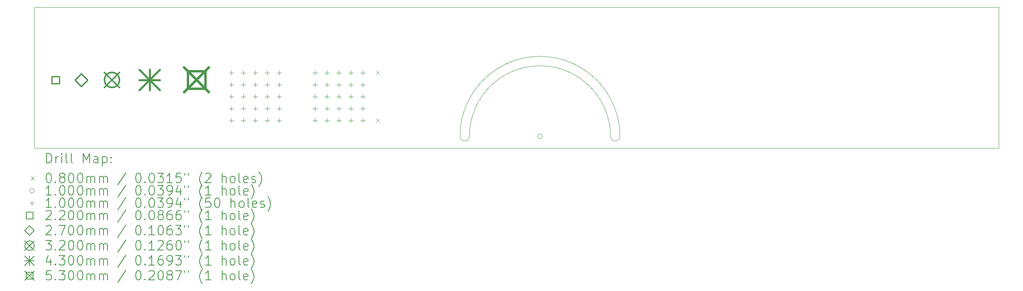
<source format=gbr>
%TF.GenerationSoftware,KiCad,Pcbnew,8.0.4*%
%TF.CreationDate,2024-07-25T21:49:07+08:00*%
%TF.ProjectId,epd-pcb-ruler,6570642d-7063-4622-9d72-756c65722e6b,rev?*%
%TF.SameCoordinates,Original*%
%TF.FileFunction,Drillmap*%
%TF.FilePolarity,Positive*%
%FSLAX45Y45*%
G04 Gerber Fmt 4.5, Leading zero omitted, Abs format (unit mm)*
G04 Created by KiCad (PCBNEW 8.0.4) date 2024-07-25 21:49:07*
%MOMM*%
%LPD*%
G01*
G04 APERTURE LIST*
%ADD10C,0.050000*%
%ADD11C,0.200000*%
%ADD12C,0.100000*%
%ADD13C,0.220000*%
%ADD14C,0.270000*%
%ADD15C,0.320000*%
%ADD16C,0.430000*%
%ADD17C,0.530000*%
G04 APERTURE END LIST*
D10*
X12706000Y-11132000D02*
G75*
G02*
X16106000Y-11132000I1700000J0D01*
G01*
X12906000Y-11132000D02*
G75*
G02*
X15906000Y-11132000I1500000J0D01*
G01*
X3656000Y-8382000D02*
X24156000Y-8382000D01*
X24156000Y-11382000D01*
X3656000Y-11382000D01*
X3656000Y-8382000D01*
X16106000Y-11132000D02*
G75*
G02*
X15906000Y-11132000I-100000J0D01*
G01*
X12906000Y-11132000D02*
G75*
G02*
X12706000Y-11132000I-100000J0D01*
G01*
D11*
D12*
X10918500Y-9737950D02*
X10998500Y-9817950D01*
X10998500Y-9737950D02*
X10918500Y-9817950D01*
X10918500Y-10753950D02*
X10998500Y-10833950D01*
X10998500Y-10753950D02*
X10918500Y-10833950D01*
X14456000Y-11132000D02*
G75*
G02*
X14356000Y-11132000I-50000J0D01*
G01*
X14356000Y-11132000D02*
G75*
G02*
X14456000Y-11132000I50000J0D01*
G01*
X7842500Y-9727950D02*
X7842500Y-9827950D01*
X7792500Y-9777950D02*
X7892500Y-9777950D01*
X7842500Y-9981950D02*
X7842500Y-10081950D01*
X7792500Y-10031950D02*
X7892500Y-10031950D01*
X7842500Y-10235950D02*
X7842500Y-10335950D01*
X7792500Y-10285950D02*
X7892500Y-10285950D01*
X7842500Y-10489950D02*
X7842500Y-10589950D01*
X7792500Y-10539950D02*
X7892500Y-10539950D01*
X7842500Y-10743950D02*
X7842500Y-10843950D01*
X7792500Y-10793950D02*
X7892500Y-10793950D01*
X8096500Y-9727950D02*
X8096500Y-9827950D01*
X8046500Y-9777950D02*
X8146500Y-9777950D01*
X8096500Y-9981950D02*
X8096500Y-10081950D01*
X8046500Y-10031950D02*
X8146500Y-10031950D01*
X8096500Y-10235950D02*
X8096500Y-10335950D01*
X8046500Y-10285950D02*
X8146500Y-10285950D01*
X8096500Y-10489950D02*
X8096500Y-10589950D01*
X8046500Y-10539950D02*
X8146500Y-10539950D01*
X8096500Y-10743950D02*
X8096500Y-10843950D01*
X8046500Y-10793950D02*
X8146500Y-10793950D01*
X8350500Y-9727950D02*
X8350500Y-9827950D01*
X8300500Y-9777950D02*
X8400500Y-9777950D01*
X8350500Y-9981950D02*
X8350500Y-10081950D01*
X8300500Y-10031950D02*
X8400500Y-10031950D01*
X8350500Y-10235950D02*
X8350500Y-10335950D01*
X8300500Y-10285950D02*
X8400500Y-10285950D01*
X8350500Y-10489950D02*
X8350500Y-10589950D01*
X8300500Y-10539950D02*
X8400500Y-10539950D01*
X8350500Y-10743950D02*
X8350500Y-10843950D01*
X8300500Y-10793950D02*
X8400500Y-10793950D01*
X8604500Y-9727950D02*
X8604500Y-9827950D01*
X8554500Y-9777950D02*
X8654500Y-9777950D01*
X8604500Y-9981950D02*
X8604500Y-10081950D01*
X8554500Y-10031950D02*
X8654500Y-10031950D01*
X8604500Y-10235950D02*
X8604500Y-10335950D01*
X8554500Y-10285950D02*
X8654500Y-10285950D01*
X8604500Y-10489950D02*
X8604500Y-10589950D01*
X8554500Y-10539950D02*
X8654500Y-10539950D01*
X8604500Y-10743950D02*
X8604500Y-10843950D01*
X8554500Y-10793950D02*
X8654500Y-10793950D01*
X8858500Y-9727950D02*
X8858500Y-9827950D01*
X8808500Y-9777950D02*
X8908500Y-9777950D01*
X8858500Y-9981950D02*
X8858500Y-10081950D01*
X8808500Y-10031950D02*
X8908500Y-10031950D01*
X8858500Y-10235950D02*
X8858500Y-10335950D01*
X8808500Y-10285950D02*
X8908500Y-10285950D01*
X8858500Y-10489950D02*
X8858500Y-10589950D01*
X8808500Y-10539950D02*
X8908500Y-10539950D01*
X8858500Y-10743950D02*
X8858500Y-10843950D01*
X8808500Y-10793950D02*
X8908500Y-10793950D01*
X9620500Y-9727950D02*
X9620500Y-9827950D01*
X9570500Y-9777950D02*
X9670500Y-9777950D01*
X9620500Y-9981950D02*
X9620500Y-10081950D01*
X9570500Y-10031950D02*
X9670500Y-10031950D01*
X9620500Y-10235950D02*
X9620500Y-10335950D01*
X9570500Y-10285950D02*
X9670500Y-10285950D01*
X9620500Y-10489950D02*
X9620500Y-10589950D01*
X9570500Y-10539950D02*
X9670500Y-10539950D01*
X9620500Y-10743950D02*
X9620500Y-10843950D01*
X9570500Y-10793950D02*
X9670500Y-10793950D01*
X9874500Y-9727950D02*
X9874500Y-9827950D01*
X9824500Y-9777950D02*
X9924500Y-9777950D01*
X9874500Y-9981950D02*
X9874500Y-10081950D01*
X9824500Y-10031950D02*
X9924500Y-10031950D01*
X9874500Y-10235950D02*
X9874500Y-10335950D01*
X9824500Y-10285950D02*
X9924500Y-10285950D01*
X9874500Y-10489950D02*
X9874500Y-10589950D01*
X9824500Y-10539950D02*
X9924500Y-10539950D01*
X9874500Y-10743950D02*
X9874500Y-10843950D01*
X9824500Y-10793950D02*
X9924500Y-10793950D01*
X10128500Y-9727950D02*
X10128500Y-9827950D01*
X10078500Y-9777950D02*
X10178500Y-9777950D01*
X10128500Y-9981950D02*
X10128500Y-10081950D01*
X10078500Y-10031950D02*
X10178500Y-10031950D01*
X10128500Y-10235950D02*
X10128500Y-10335950D01*
X10078500Y-10285950D02*
X10178500Y-10285950D01*
X10128500Y-10489950D02*
X10128500Y-10589950D01*
X10078500Y-10539950D02*
X10178500Y-10539950D01*
X10128500Y-10743950D02*
X10128500Y-10843950D01*
X10078500Y-10793950D02*
X10178500Y-10793950D01*
X10382500Y-9727950D02*
X10382500Y-9827950D01*
X10332500Y-9777950D02*
X10432500Y-9777950D01*
X10382500Y-9981950D02*
X10382500Y-10081950D01*
X10332500Y-10031950D02*
X10432500Y-10031950D01*
X10382500Y-10235950D02*
X10382500Y-10335950D01*
X10332500Y-10285950D02*
X10432500Y-10285950D01*
X10382500Y-10489950D02*
X10382500Y-10589950D01*
X10332500Y-10539950D02*
X10432500Y-10539950D01*
X10382500Y-10743950D02*
X10382500Y-10843950D01*
X10332500Y-10793950D02*
X10432500Y-10793950D01*
X10636500Y-9727950D02*
X10636500Y-9827950D01*
X10586500Y-9777950D02*
X10686500Y-9777950D01*
X10636500Y-9981950D02*
X10636500Y-10081950D01*
X10586500Y-10031950D02*
X10686500Y-10031950D01*
X10636500Y-10235950D02*
X10636500Y-10335950D01*
X10586500Y-10285950D02*
X10686500Y-10285950D01*
X10636500Y-10489950D02*
X10636500Y-10589950D01*
X10586500Y-10539950D02*
X10686500Y-10539950D01*
X10636500Y-10743950D02*
X10636500Y-10843950D01*
X10586500Y-10793950D02*
X10686500Y-10793950D01*
D13*
X4183782Y-10009783D02*
X4183782Y-9854218D01*
X4028217Y-9854218D01*
X4028217Y-10009783D01*
X4183782Y-10009783D01*
D14*
X4656000Y-10067000D02*
X4791000Y-9932000D01*
X4656000Y-9797000D01*
X4521000Y-9932000D01*
X4656000Y-10067000D01*
D15*
X5146000Y-9772000D02*
X5466000Y-10092000D01*
X5466000Y-9772000D02*
X5146000Y-10092000D01*
X5466000Y-9932000D02*
G75*
G02*
X5146000Y-9932000I-160000J0D01*
G01*
X5146000Y-9932000D02*
G75*
G02*
X5466000Y-9932000I160000J0D01*
G01*
D16*
X5891000Y-9717000D02*
X6321000Y-10147000D01*
X6321000Y-9717000D02*
X5891000Y-10147000D01*
X6106000Y-9717000D02*
X6106000Y-10147000D01*
X5891000Y-9932000D02*
X6321000Y-9932000D01*
D17*
X6841000Y-9667000D02*
X7371000Y-10197000D01*
X7371000Y-9667000D02*
X6841000Y-10197000D01*
X7293385Y-10119385D02*
X7293385Y-9744615D01*
X6918615Y-9744615D01*
X6918615Y-10119385D01*
X7293385Y-10119385D01*
D11*
X3914277Y-11695984D02*
X3914277Y-11495984D01*
X3914277Y-11495984D02*
X3961896Y-11495984D01*
X3961896Y-11495984D02*
X3990467Y-11505508D01*
X3990467Y-11505508D02*
X4009515Y-11524555D01*
X4009515Y-11524555D02*
X4019039Y-11543603D01*
X4019039Y-11543603D02*
X4028562Y-11581698D01*
X4028562Y-11581698D02*
X4028562Y-11610269D01*
X4028562Y-11610269D02*
X4019039Y-11648365D01*
X4019039Y-11648365D02*
X4009515Y-11667412D01*
X4009515Y-11667412D02*
X3990467Y-11686460D01*
X3990467Y-11686460D02*
X3961896Y-11695984D01*
X3961896Y-11695984D02*
X3914277Y-11695984D01*
X4114277Y-11695984D02*
X4114277Y-11562650D01*
X4114277Y-11600746D02*
X4123801Y-11581698D01*
X4123801Y-11581698D02*
X4133324Y-11572174D01*
X4133324Y-11572174D02*
X4152372Y-11562650D01*
X4152372Y-11562650D02*
X4171420Y-11562650D01*
X4238086Y-11695984D02*
X4238086Y-11562650D01*
X4238086Y-11495984D02*
X4228563Y-11505508D01*
X4228563Y-11505508D02*
X4238086Y-11515031D01*
X4238086Y-11515031D02*
X4247610Y-11505508D01*
X4247610Y-11505508D02*
X4238086Y-11495984D01*
X4238086Y-11495984D02*
X4238086Y-11515031D01*
X4361896Y-11695984D02*
X4342848Y-11686460D01*
X4342848Y-11686460D02*
X4333324Y-11667412D01*
X4333324Y-11667412D02*
X4333324Y-11495984D01*
X4466658Y-11695984D02*
X4447610Y-11686460D01*
X4447610Y-11686460D02*
X4438086Y-11667412D01*
X4438086Y-11667412D02*
X4438086Y-11495984D01*
X4695229Y-11695984D02*
X4695229Y-11495984D01*
X4695229Y-11495984D02*
X4761896Y-11638841D01*
X4761896Y-11638841D02*
X4828563Y-11495984D01*
X4828563Y-11495984D02*
X4828563Y-11695984D01*
X5009515Y-11695984D02*
X5009515Y-11591222D01*
X5009515Y-11591222D02*
X4999991Y-11572174D01*
X4999991Y-11572174D02*
X4980944Y-11562650D01*
X4980944Y-11562650D02*
X4942848Y-11562650D01*
X4942848Y-11562650D02*
X4923801Y-11572174D01*
X5009515Y-11686460D02*
X4990467Y-11695984D01*
X4990467Y-11695984D02*
X4942848Y-11695984D01*
X4942848Y-11695984D02*
X4923801Y-11686460D01*
X4923801Y-11686460D02*
X4914277Y-11667412D01*
X4914277Y-11667412D02*
X4914277Y-11648365D01*
X4914277Y-11648365D02*
X4923801Y-11629317D01*
X4923801Y-11629317D02*
X4942848Y-11619793D01*
X4942848Y-11619793D02*
X4990467Y-11619793D01*
X4990467Y-11619793D02*
X5009515Y-11610269D01*
X5104753Y-11562650D02*
X5104753Y-11762650D01*
X5104753Y-11572174D02*
X5123801Y-11562650D01*
X5123801Y-11562650D02*
X5161896Y-11562650D01*
X5161896Y-11562650D02*
X5180944Y-11572174D01*
X5180944Y-11572174D02*
X5190467Y-11581698D01*
X5190467Y-11581698D02*
X5199991Y-11600746D01*
X5199991Y-11600746D02*
X5199991Y-11657888D01*
X5199991Y-11657888D02*
X5190467Y-11676936D01*
X5190467Y-11676936D02*
X5180944Y-11686460D01*
X5180944Y-11686460D02*
X5161896Y-11695984D01*
X5161896Y-11695984D02*
X5123801Y-11695984D01*
X5123801Y-11695984D02*
X5104753Y-11686460D01*
X5285705Y-11676936D02*
X5295229Y-11686460D01*
X5295229Y-11686460D02*
X5285705Y-11695984D01*
X5285705Y-11695984D02*
X5276182Y-11686460D01*
X5276182Y-11686460D02*
X5285705Y-11676936D01*
X5285705Y-11676936D02*
X5285705Y-11695984D01*
X5285705Y-11572174D02*
X5295229Y-11581698D01*
X5295229Y-11581698D02*
X5285705Y-11591222D01*
X5285705Y-11591222D02*
X5276182Y-11581698D01*
X5276182Y-11581698D02*
X5285705Y-11572174D01*
X5285705Y-11572174D02*
X5285705Y-11591222D01*
D12*
X3573500Y-11984500D02*
X3653500Y-12064500D01*
X3653500Y-11984500D02*
X3573500Y-12064500D01*
D11*
X3952372Y-11915984D02*
X3971420Y-11915984D01*
X3971420Y-11915984D02*
X3990467Y-11925508D01*
X3990467Y-11925508D02*
X3999991Y-11935031D01*
X3999991Y-11935031D02*
X4009515Y-11954079D01*
X4009515Y-11954079D02*
X4019039Y-11992174D01*
X4019039Y-11992174D02*
X4019039Y-12039793D01*
X4019039Y-12039793D02*
X4009515Y-12077888D01*
X4009515Y-12077888D02*
X3999991Y-12096936D01*
X3999991Y-12096936D02*
X3990467Y-12106460D01*
X3990467Y-12106460D02*
X3971420Y-12115984D01*
X3971420Y-12115984D02*
X3952372Y-12115984D01*
X3952372Y-12115984D02*
X3933324Y-12106460D01*
X3933324Y-12106460D02*
X3923801Y-12096936D01*
X3923801Y-12096936D02*
X3914277Y-12077888D01*
X3914277Y-12077888D02*
X3904753Y-12039793D01*
X3904753Y-12039793D02*
X3904753Y-11992174D01*
X3904753Y-11992174D02*
X3914277Y-11954079D01*
X3914277Y-11954079D02*
X3923801Y-11935031D01*
X3923801Y-11935031D02*
X3933324Y-11925508D01*
X3933324Y-11925508D02*
X3952372Y-11915984D01*
X4104753Y-12096936D02*
X4114277Y-12106460D01*
X4114277Y-12106460D02*
X4104753Y-12115984D01*
X4104753Y-12115984D02*
X4095229Y-12106460D01*
X4095229Y-12106460D02*
X4104753Y-12096936D01*
X4104753Y-12096936D02*
X4104753Y-12115984D01*
X4228563Y-12001698D02*
X4209515Y-11992174D01*
X4209515Y-11992174D02*
X4199991Y-11982650D01*
X4199991Y-11982650D02*
X4190467Y-11963603D01*
X4190467Y-11963603D02*
X4190467Y-11954079D01*
X4190467Y-11954079D02*
X4199991Y-11935031D01*
X4199991Y-11935031D02*
X4209515Y-11925508D01*
X4209515Y-11925508D02*
X4228563Y-11915984D01*
X4228563Y-11915984D02*
X4266658Y-11915984D01*
X4266658Y-11915984D02*
X4285705Y-11925508D01*
X4285705Y-11925508D02*
X4295229Y-11935031D01*
X4295229Y-11935031D02*
X4304753Y-11954079D01*
X4304753Y-11954079D02*
X4304753Y-11963603D01*
X4304753Y-11963603D02*
X4295229Y-11982650D01*
X4295229Y-11982650D02*
X4285705Y-11992174D01*
X4285705Y-11992174D02*
X4266658Y-12001698D01*
X4266658Y-12001698D02*
X4228563Y-12001698D01*
X4228563Y-12001698D02*
X4209515Y-12011222D01*
X4209515Y-12011222D02*
X4199991Y-12020746D01*
X4199991Y-12020746D02*
X4190467Y-12039793D01*
X4190467Y-12039793D02*
X4190467Y-12077888D01*
X4190467Y-12077888D02*
X4199991Y-12096936D01*
X4199991Y-12096936D02*
X4209515Y-12106460D01*
X4209515Y-12106460D02*
X4228563Y-12115984D01*
X4228563Y-12115984D02*
X4266658Y-12115984D01*
X4266658Y-12115984D02*
X4285705Y-12106460D01*
X4285705Y-12106460D02*
X4295229Y-12096936D01*
X4295229Y-12096936D02*
X4304753Y-12077888D01*
X4304753Y-12077888D02*
X4304753Y-12039793D01*
X4304753Y-12039793D02*
X4295229Y-12020746D01*
X4295229Y-12020746D02*
X4285705Y-12011222D01*
X4285705Y-12011222D02*
X4266658Y-12001698D01*
X4428563Y-11915984D02*
X4447610Y-11915984D01*
X4447610Y-11915984D02*
X4466658Y-11925508D01*
X4466658Y-11925508D02*
X4476182Y-11935031D01*
X4476182Y-11935031D02*
X4485705Y-11954079D01*
X4485705Y-11954079D02*
X4495229Y-11992174D01*
X4495229Y-11992174D02*
X4495229Y-12039793D01*
X4495229Y-12039793D02*
X4485705Y-12077888D01*
X4485705Y-12077888D02*
X4476182Y-12096936D01*
X4476182Y-12096936D02*
X4466658Y-12106460D01*
X4466658Y-12106460D02*
X4447610Y-12115984D01*
X4447610Y-12115984D02*
X4428563Y-12115984D01*
X4428563Y-12115984D02*
X4409515Y-12106460D01*
X4409515Y-12106460D02*
X4399991Y-12096936D01*
X4399991Y-12096936D02*
X4390467Y-12077888D01*
X4390467Y-12077888D02*
X4380944Y-12039793D01*
X4380944Y-12039793D02*
X4380944Y-11992174D01*
X4380944Y-11992174D02*
X4390467Y-11954079D01*
X4390467Y-11954079D02*
X4399991Y-11935031D01*
X4399991Y-11935031D02*
X4409515Y-11925508D01*
X4409515Y-11925508D02*
X4428563Y-11915984D01*
X4619039Y-11915984D02*
X4638086Y-11915984D01*
X4638086Y-11915984D02*
X4657134Y-11925508D01*
X4657134Y-11925508D02*
X4666658Y-11935031D01*
X4666658Y-11935031D02*
X4676182Y-11954079D01*
X4676182Y-11954079D02*
X4685705Y-11992174D01*
X4685705Y-11992174D02*
X4685705Y-12039793D01*
X4685705Y-12039793D02*
X4676182Y-12077888D01*
X4676182Y-12077888D02*
X4666658Y-12096936D01*
X4666658Y-12096936D02*
X4657134Y-12106460D01*
X4657134Y-12106460D02*
X4638086Y-12115984D01*
X4638086Y-12115984D02*
X4619039Y-12115984D01*
X4619039Y-12115984D02*
X4599991Y-12106460D01*
X4599991Y-12106460D02*
X4590467Y-12096936D01*
X4590467Y-12096936D02*
X4580944Y-12077888D01*
X4580944Y-12077888D02*
X4571420Y-12039793D01*
X4571420Y-12039793D02*
X4571420Y-11992174D01*
X4571420Y-11992174D02*
X4580944Y-11954079D01*
X4580944Y-11954079D02*
X4590467Y-11935031D01*
X4590467Y-11935031D02*
X4599991Y-11925508D01*
X4599991Y-11925508D02*
X4619039Y-11915984D01*
X4771420Y-12115984D02*
X4771420Y-11982650D01*
X4771420Y-12001698D02*
X4780944Y-11992174D01*
X4780944Y-11992174D02*
X4799991Y-11982650D01*
X4799991Y-11982650D02*
X4828563Y-11982650D01*
X4828563Y-11982650D02*
X4847610Y-11992174D01*
X4847610Y-11992174D02*
X4857134Y-12011222D01*
X4857134Y-12011222D02*
X4857134Y-12115984D01*
X4857134Y-12011222D02*
X4866658Y-11992174D01*
X4866658Y-11992174D02*
X4885705Y-11982650D01*
X4885705Y-11982650D02*
X4914277Y-11982650D01*
X4914277Y-11982650D02*
X4933325Y-11992174D01*
X4933325Y-11992174D02*
X4942848Y-12011222D01*
X4942848Y-12011222D02*
X4942848Y-12115984D01*
X5038086Y-12115984D02*
X5038086Y-11982650D01*
X5038086Y-12001698D02*
X5047610Y-11992174D01*
X5047610Y-11992174D02*
X5066658Y-11982650D01*
X5066658Y-11982650D02*
X5095229Y-11982650D01*
X5095229Y-11982650D02*
X5114277Y-11992174D01*
X5114277Y-11992174D02*
X5123801Y-12011222D01*
X5123801Y-12011222D02*
X5123801Y-12115984D01*
X5123801Y-12011222D02*
X5133325Y-11992174D01*
X5133325Y-11992174D02*
X5152372Y-11982650D01*
X5152372Y-11982650D02*
X5180944Y-11982650D01*
X5180944Y-11982650D02*
X5199991Y-11992174D01*
X5199991Y-11992174D02*
X5209515Y-12011222D01*
X5209515Y-12011222D02*
X5209515Y-12115984D01*
X5599991Y-11906460D02*
X5428563Y-12163603D01*
X5857134Y-11915984D02*
X5876182Y-11915984D01*
X5876182Y-11915984D02*
X5895229Y-11925508D01*
X5895229Y-11925508D02*
X5904753Y-11935031D01*
X5904753Y-11935031D02*
X5914277Y-11954079D01*
X5914277Y-11954079D02*
X5923801Y-11992174D01*
X5923801Y-11992174D02*
X5923801Y-12039793D01*
X5923801Y-12039793D02*
X5914277Y-12077888D01*
X5914277Y-12077888D02*
X5904753Y-12096936D01*
X5904753Y-12096936D02*
X5895229Y-12106460D01*
X5895229Y-12106460D02*
X5876182Y-12115984D01*
X5876182Y-12115984D02*
X5857134Y-12115984D01*
X5857134Y-12115984D02*
X5838086Y-12106460D01*
X5838086Y-12106460D02*
X5828563Y-12096936D01*
X5828563Y-12096936D02*
X5819039Y-12077888D01*
X5819039Y-12077888D02*
X5809515Y-12039793D01*
X5809515Y-12039793D02*
X5809515Y-11992174D01*
X5809515Y-11992174D02*
X5819039Y-11954079D01*
X5819039Y-11954079D02*
X5828563Y-11935031D01*
X5828563Y-11935031D02*
X5838086Y-11925508D01*
X5838086Y-11925508D02*
X5857134Y-11915984D01*
X6009515Y-12096936D02*
X6019039Y-12106460D01*
X6019039Y-12106460D02*
X6009515Y-12115984D01*
X6009515Y-12115984D02*
X5999991Y-12106460D01*
X5999991Y-12106460D02*
X6009515Y-12096936D01*
X6009515Y-12096936D02*
X6009515Y-12115984D01*
X6142848Y-11915984D02*
X6161896Y-11915984D01*
X6161896Y-11915984D02*
X6180944Y-11925508D01*
X6180944Y-11925508D02*
X6190467Y-11935031D01*
X6190467Y-11935031D02*
X6199991Y-11954079D01*
X6199991Y-11954079D02*
X6209515Y-11992174D01*
X6209515Y-11992174D02*
X6209515Y-12039793D01*
X6209515Y-12039793D02*
X6199991Y-12077888D01*
X6199991Y-12077888D02*
X6190467Y-12096936D01*
X6190467Y-12096936D02*
X6180944Y-12106460D01*
X6180944Y-12106460D02*
X6161896Y-12115984D01*
X6161896Y-12115984D02*
X6142848Y-12115984D01*
X6142848Y-12115984D02*
X6123801Y-12106460D01*
X6123801Y-12106460D02*
X6114277Y-12096936D01*
X6114277Y-12096936D02*
X6104753Y-12077888D01*
X6104753Y-12077888D02*
X6095229Y-12039793D01*
X6095229Y-12039793D02*
X6095229Y-11992174D01*
X6095229Y-11992174D02*
X6104753Y-11954079D01*
X6104753Y-11954079D02*
X6114277Y-11935031D01*
X6114277Y-11935031D02*
X6123801Y-11925508D01*
X6123801Y-11925508D02*
X6142848Y-11915984D01*
X6276182Y-11915984D02*
X6399991Y-11915984D01*
X6399991Y-11915984D02*
X6333325Y-11992174D01*
X6333325Y-11992174D02*
X6361896Y-11992174D01*
X6361896Y-11992174D02*
X6380944Y-12001698D01*
X6380944Y-12001698D02*
X6390467Y-12011222D01*
X6390467Y-12011222D02*
X6399991Y-12030269D01*
X6399991Y-12030269D02*
X6399991Y-12077888D01*
X6399991Y-12077888D02*
X6390467Y-12096936D01*
X6390467Y-12096936D02*
X6380944Y-12106460D01*
X6380944Y-12106460D02*
X6361896Y-12115984D01*
X6361896Y-12115984D02*
X6304753Y-12115984D01*
X6304753Y-12115984D02*
X6285706Y-12106460D01*
X6285706Y-12106460D02*
X6276182Y-12096936D01*
X6590467Y-12115984D02*
X6476182Y-12115984D01*
X6533325Y-12115984D02*
X6533325Y-11915984D01*
X6533325Y-11915984D02*
X6514277Y-11944555D01*
X6514277Y-11944555D02*
X6495229Y-11963603D01*
X6495229Y-11963603D02*
X6476182Y-11973127D01*
X6771420Y-11915984D02*
X6676182Y-11915984D01*
X6676182Y-11915984D02*
X6666658Y-12011222D01*
X6666658Y-12011222D02*
X6676182Y-12001698D01*
X6676182Y-12001698D02*
X6695229Y-11992174D01*
X6695229Y-11992174D02*
X6742848Y-11992174D01*
X6742848Y-11992174D02*
X6761896Y-12001698D01*
X6761896Y-12001698D02*
X6771420Y-12011222D01*
X6771420Y-12011222D02*
X6780944Y-12030269D01*
X6780944Y-12030269D02*
X6780944Y-12077888D01*
X6780944Y-12077888D02*
X6771420Y-12096936D01*
X6771420Y-12096936D02*
X6761896Y-12106460D01*
X6761896Y-12106460D02*
X6742848Y-12115984D01*
X6742848Y-12115984D02*
X6695229Y-12115984D01*
X6695229Y-12115984D02*
X6676182Y-12106460D01*
X6676182Y-12106460D02*
X6666658Y-12096936D01*
X6857134Y-11915984D02*
X6857134Y-11954079D01*
X6933325Y-11915984D02*
X6933325Y-11954079D01*
X7228563Y-12192174D02*
X7219039Y-12182650D01*
X7219039Y-12182650D02*
X7199991Y-12154079D01*
X7199991Y-12154079D02*
X7190468Y-12135031D01*
X7190468Y-12135031D02*
X7180944Y-12106460D01*
X7180944Y-12106460D02*
X7171420Y-12058841D01*
X7171420Y-12058841D02*
X7171420Y-12020746D01*
X7171420Y-12020746D02*
X7180944Y-11973127D01*
X7180944Y-11973127D02*
X7190468Y-11944555D01*
X7190468Y-11944555D02*
X7199991Y-11925508D01*
X7199991Y-11925508D02*
X7219039Y-11896936D01*
X7219039Y-11896936D02*
X7228563Y-11887412D01*
X7295229Y-11935031D02*
X7304753Y-11925508D01*
X7304753Y-11925508D02*
X7323801Y-11915984D01*
X7323801Y-11915984D02*
X7371420Y-11915984D01*
X7371420Y-11915984D02*
X7390468Y-11925508D01*
X7390468Y-11925508D02*
X7399991Y-11935031D01*
X7399991Y-11935031D02*
X7409515Y-11954079D01*
X7409515Y-11954079D02*
X7409515Y-11973127D01*
X7409515Y-11973127D02*
X7399991Y-12001698D01*
X7399991Y-12001698D02*
X7285706Y-12115984D01*
X7285706Y-12115984D02*
X7409515Y-12115984D01*
X7647610Y-12115984D02*
X7647610Y-11915984D01*
X7733325Y-12115984D02*
X7733325Y-12011222D01*
X7733325Y-12011222D02*
X7723801Y-11992174D01*
X7723801Y-11992174D02*
X7704753Y-11982650D01*
X7704753Y-11982650D02*
X7676182Y-11982650D01*
X7676182Y-11982650D02*
X7657134Y-11992174D01*
X7657134Y-11992174D02*
X7647610Y-12001698D01*
X7857134Y-12115984D02*
X7838087Y-12106460D01*
X7838087Y-12106460D02*
X7828563Y-12096936D01*
X7828563Y-12096936D02*
X7819039Y-12077888D01*
X7819039Y-12077888D02*
X7819039Y-12020746D01*
X7819039Y-12020746D02*
X7828563Y-12001698D01*
X7828563Y-12001698D02*
X7838087Y-11992174D01*
X7838087Y-11992174D02*
X7857134Y-11982650D01*
X7857134Y-11982650D02*
X7885706Y-11982650D01*
X7885706Y-11982650D02*
X7904753Y-11992174D01*
X7904753Y-11992174D02*
X7914277Y-12001698D01*
X7914277Y-12001698D02*
X7923801Y-12020746D01*
X7923801Y-12020746D02*
X7923801Y-12077888D01*
X7923801Y-12077888D02*
X7914277Y-12096936D01*
X7914277Y-12096936D02*
X7904753Y-12106460D01*
X7904753Y-12106460D02*
X7885706Y-12115984D01*
X7885706Y-12115984D02*
X7857134Y-12115984D01*
X8038087Y-12115984D02*
X8019039Y-12106460D01*
X8019039Y-12106460D02*
X8009515Y-12087412D01*
X8009515Y-12087412D02*
X8009515Y-11915984D01*
X8190468Y-12106460D02*
X8171420Y-12115984D01*
X8171420Y-12115984D02*
X8133325Y-12115984D01*
X8133325Y-12115984D02*
X8114277Y-12106460D01*
X8114277Y-12106460D02*
X8104753Y-12087412D01*
X8104753Y-12087412D02*
X8104753Y-12011222D01*
X8104753Y-12011222D02*
X8114277Y-11992174D01*
X8114277Y-11992174D02*
X8133325Y-11982650D01*
X8133325Y-11982650D02*
X8171420Y-11982650D01*
X8171420Y-11982650D02*
X8190468Y-11992174D01*
X8190468Y-11992174D02*
X8199991Y-12011222D01*
X8199991Y-12011222D02*
X8199991Y-12030269D01*
X8199991Y-12030269D02*
X8104753Y-12049317D01*
X8276182Y-12106460D02*
X8295230Y-12115984D01*
X8295230Y-12115984D02*
X8333325Y-12115984D01*
X8333325Y-12115984D02*
X8352372Y-12106460D01*
X8352372Y-12106460D02*
X8361896Y-12087412D01*
X8361896Y-12087412D02*
X8361896Y-12077888D01*
X8361896Y-12077888D02*
X8352372Y-12058841D01*
X8352372Y-12058841D02*
X8333325Y-12049317D01*
X8333325Y-12049317D02*
X8304753Y-12049317D01*
X8304753Y-12049317D02*
X8285706Y-12039793D01*
X8285706Y-12039793D02*
X8276182Y-12020746D01*
X8276182Y-12020746D02*
X8276182Y-12011222D01*
X8276182Y-12011222D02*
X8285706Y-11992174D01*
X8285706Y-11992174D02*
X8304753Y-11982650D01*
X8304753Y-11982650D02*
X8333325Y-11982650D01*
X8333325Y-11982650D02*
X8352372Y-11992174D01*
X8428563Y-12192174D02*
X8438087Y-12182650D01*
X8438087Y-12182650D02*
X8457134Y-12154079D01*
X8457134Y-12154079D02*
X8466658Y-12135031D01*
X8466658Y-12135031D02*
X8476182Y-12106460D01*
X8476182Y-12106460D02*
X8485706Y-12058841D01*
X8485706Y-12058841D02*
X8485706Y-12020746D01*
X8485706Y-12020746D02*
X8476182Y-11973127D01*
X8476182Y-11973127D02*
X8466658Y-11944555D01*
X8466658Y-11944555D02*
X8457134Y-11925508D01*
X8457134Y-11925508D02*
X8438087Y-11896936D01*
X8438087Y-11896936D02*
X8428563Y-11887412D01*
D12*
X3653500Y-12288500D02*
G75*
G02*
X3553500Y-12288500I-50000J0D01*
G01*
X3553500Y-12288500D02*
G75*
G02*
X3653500Y-12288500I50000J0D01*
G01*
D11*
X4019039Y-12379984D02*
X3904753Y-12379984D01*
X3961896Y-12379984D02*
X3961896Y-12179984D01*
X3961896Y-12179984D02*
X3942848Y-12208555D01*
X3942848Y-12208555D02*
X3923801Y-12227603D01*
X3923801Y-12227603D02*
X3904753Y-12237127D01*
X4104753Y-12360936D02*
X4114277Y-12370460D01*
X4114277Y-12370460D02*
X4104753Y-12379984D01*
X4104753Y-12379984D02*
X4095229Y-12370460D01*
X4095229Y-12370460D02*
X4104753Y-12360936D01*
X4104753Y-12360936D02*
X4104753Y-12379984D01*
X4238086Y-12179984D02*
X4257134Y-12179984D01*
X4257134Y-12179984D02*
X4276182Y-12189508D01*
X4276182Y-12189508D02*
X4285705Y-12199031D01*
X4285705Y-12199031D02*
X4295229Y-12218079D01*
X4295229Y-12218079D02*
X4304753Y-12256174D01*
X4304753Y-12256174D02*
X4304753Y-12303793D01*
X4304753Y-12303793D02*
X4295229Y-12341888D01*
X4295229Y-12341888D02*
X4285705Y-12360936D01*
X4285705Y-12360936D02*
X4276182Y-12370460D01*
X4276182Y-12370460D02*
X4257134Y-12379984D01*
X4257134Y-12379984D02*
X4238086Y-12379984D01*
X4238086Y-12379984D02*
X4219039Y-12370460D01*
X4219039Y-12370460D02*
X4209515Y-12360936D01*
X4209515Y-12360936D02*
X4199991Y-12341888D01*
X4199991Y-12341888D02*
X4190467Y-12303793D01*
X4190467Y-12303793D02*
X4190467Y-12256174D01*
X4190467Y-12256174D02*
X4199991Y-12218079D01*
X4199991Y-12218079D02*
X4209515Y-12199031D01*
X4209515Y-12199031D02*
X4219039Y-12189508D01*
X4219039Y-12189508D02*
X4238086Y-12179984D01*
X4428563Y-12179984D02*
X4447610Y-12179984D01*
X4447610Y-12179984D02*
X4466658Y-12189508D01*
X4466658Y-12189508D02*
X4476182Y-12199031D01*
X4476182Y-12199031D02*
X4485705Y-12218079D01*
X4485705Y-12218079D02*
X4495229Y-12256174D01*
X4495229Y-12256174D02*
X4495229Y-12303793D01*
X4495229Y-12303793D02*
X4485705Y-12341888D01*
X4485705Y-12341888D02*
X4476182Y-12360936D01*
X4476182Y-12360936D02*
X4466658Y-12370460D01*
X4466658Y-12370460D02*
X4447610Y-12379984D01*
X4447610Y-12379984D02*
X4428563Y-12379984D01*
X4428563Y-12379984D02*
X4409515Y-12370460D01*
X4409515Y-12370460D02*
X4399991Y-12360936D01*
X4399991Y-12360936D02*
X4390467Y-12341888D01*
X4390467Y-12341888D02*
X4380944Y-12303793D01*
X4380944Y-12303793D02*
X4380944Y-12256174D01*
X4380944Y-12256174D02*
X4390467Y-12218079D01*
X4390467Y-12218079D02*
X4399991Y-12199031D01*
X4399991Y-12199031D02*
X4409515Y-12189508D01*
X4409515Y-12189508D02*
X4428563Y-12179984D01*
X4619039Y-12179984D02*
X4638086Y-12179984D01*
X4638086Y-12179984D02*
X4657134Y-12189508D01*
X4657134Y-12189508D02*
X4666658Y-12199031D01*
X4666658Y-12199031D02*
X4676182Y-12218079D01*
X4676182Y-12218079D02*
X4685705Y-12256174D01*
X4685705Y-12256174D02*
X4685705Y-12303793D01*
X4685705Y-12303793D02*
X4676182Y-12341888D01*
X4676182Y-12341888D02*
X4666658Y-12360936D01*
X4666658Y-12360936D02*
X4657134Y-12370460D01*
X4657134Y-12370460D02*
X4638086Y-12379984D01*
X4638086Y-12379984D02*
X4619039Y-12379984D01*
X4619039Y-12379984D02*
X4599991Y-12370460D01*
X4599991Y-12370460D02*
X4590467Y-12360936D01*
X4590467Y-12360936D02*
X4580944Y-12341888D01*
X4580944Y-12341888D02*
X4571420Y-12303793D01*
X4571420Y-12303793D02*
X4571420Y-12256174D01*
X4571420Y-12256174D02*
X4580944Y-12218079D01*
X4580944Y-12218079D02*
X4590467Y-12199031D01*
X4590467Y-12199031D02*
X4599991Y-12189508D01*
X4599991Y-12189508D02*
X4619039Y-12179984D01*
X4771420Y-12379984D02*
X4771420Y-12246650D01*
X4771420Y-12265698D02*
X4780944Y-12256174D01*
X4780944Y-12256174D02*
X4799991Y-12246650D01*
X4799991Y-12246650D02*
X4828563Y-12246650D01*
X4828563Y-12246650D02*
X4847610Y-12256174D01*
X4847610Y-12256174D02*
X4857134Y-12275222D01*
X4857134Y-12275222D02*
X4857134Y-12379984D01*
X4857134Y-12275222D02*
X4866658Y-12256174D01*
X4866658Y-12256174D02*
X4885705Y-12246650D01*
X4885705Y-12246650D02*
X4914277Y-12246650D01*
X4914277Y-12246650D02*
X4933325Y-12256174D01*
X4933325Y-12256174D02*
X4942848Y-12275222D01*
X4942848Y-12275222D02*
X4942848Y-12379984D01*
X5038086Y-12379984D02*
X5038086Y-12246650D01*
X5038086Y-12265698D02*
X5047610Y-12256174D01*
X5047610Y-12256174D02*
X5066658Y-12246650D01*
X5066658Y-12246650D02*
X5095229Y-12246650D01*
X5095229Y-12246650D02*
X5114277Y-12256174D01*
X5114277Y-12256174D02*
X5123801Y-12275222D01*
X5123801Y-12275222D02*
X5123801Y-12379984D01*
X5123801Y-12275222D02*
X5133325Y-12256174D01*
X5133325Y-12256174D02*
X5152372Y-12246650D01*
X5152372Y-12246650D02*
X5180944Y-12246650D01*
X5180944Y-12246650D02*
X5199991Y-12256174D01*
X5199991Y-12256174D02*
X5209515Y-12275222D01*
X5209515Y-12275222D02*
X5209515Y-12379984D01*
X5599991Y-12170460D02*
X5428563Y-12427603D01*
X5857134Y-12179984D02*
X5876182Y-12179984D01*
X5876182Y-12179984D02*
X5895229Y-12189508D01*
X5895229Y-12189508D02*
X5904753Y-12199031D01*
X5904753Y-12199031D02*
X5914277Y-12218079D01*
X5914277Y-12218079D02*
X5923801Y-12256174D01*
X5923801Y-12256174D02*
X5923801Y-12303793D01*
X5923801Y-12303793D02*
X5914277Y-12341888D01*
X5914277Y-12341888D02*
X5904753Y-12360936D01*
X5904753Y-12360936D02*
X5895229Y-12370460D01*
X5895229Y-12370460D02*
X5876182Y-12379984D01*
X5876182Y-12379984D02*
X5857134Y-12379984D01*
X5857134Y-12379984D02*
X5838086Y-12370460D01*
X5838086Y-12370460D02*
X5828563Y-12360936D01*
X5828563Y-12360936D02*
X5819039Y-12341888D01*
X5819039Y-12341888D02*
X5809515Y-12303793D01*
X5809515Y-12303793D02*
X5809515Y-12256174D01*
X5809515Y-12256174D02*
X5819039Y-12218079D01*
X5819039Y-12218079D02*
X5828563Y-12199031D01*
X5828563Y-12199031D02*
X5838086Y-12189508D01*
X5838086Y-12189508D02*
X5857134Y-12179984D01*
X6009515Y-12360936D02*
X6019039Y-12370460D01*
X6019039Y-12370460D02*
X6009515Y-12379984D01*
X6009515Y-12379984D02*
X5999991Y-12370460D01*
X5999991Y-12370460D02*
X6009515Y-12360936D01*
X6009515Y-12360936D02*
X6009515Y-12379984D01*
X6142848Y-12179984D02*
X6161896Y-12179984D01*
X6161896Y-12179984D02*
X6180944Y-12189508D01*
X6180944Y-12189508D02*
X6190467Y-12199031D01*
X6190467Y-12199031D02*
X6199991Y-12218079D01*
X6199991Y-12218079D02*
X6209515Y-12256174D01*
X6209515Y-12256174D02*
X6209515Y-12303793D01*
X6209515Y-12303793D02*
X6199991Y-12341888D01*
X6199991Y-12341888D02*
X6190467Y-12360936D01*
X6190467Y-12360936D02*
X6180944Y-12370460D01*
X6180944Y-12370460D02*
X6161896Y-12379984D01*
X6161896Y-12379984D02*
X6142848Y-12379984D01*
X6142848Y-12379984D02*
X6123801Y-12370460D01*
X6123801Y-12370460D02*
X6114277Y-12360936D01*
X6114277Y-12360936D02*
X6104753Y-12341888D01*
X6104753Y-12341888D02*
X6095229Y-12303793D01*
X6095229Y-12303793D02*
X6095229Y-12256174D01*
X6095229Y-12256174D02*
X6104753Y-12218079D01*
X6104753Y-12218079D02*
X6114277Y-12199031D01*
X6114277Y-12199031D02*
X6123801Y-12189508D01*
X6123801Y-12189508D02*
X6142848Y-12179984D01*
X6276182Y-12179984D02*
X6399991Y-12179984D01*
X6399991Y-12179984D02*
X6333325Y-12256174D01*
X6333325Y-12256174D02*
X6361896Y-12256174D01*
X6361896Y-12256174D02*
X6380944Y-12265698D01*
X6380944Y-12265698D02*
X6390467Y-12275222D01*
X6390467Y-12275222D02*
X6399991Y-12294269D01*
X6399991Y-12294269D02*
X6399991Y-12341888D01*
X6399991Y-12341888D02*
X6390467Y-12360936D01*
X6390467Y-12360936D02*
X6380944Y-12370460D01*
X6380944Y-12370460D02*
X6361896Y-12379984D01*
X6361896Y-12379984D02*
X6304753Y-12379984D01*
X6304753Y-12379984D02*
X6285706Y-12370460D01*
X6285706Y-12370460D02*
X6276182Y-12360936D01*
X6495229Y-12379984D02*
X6533325Y-12379984D01*
X6533325Y-12379984D02*
X6552372Y-12370460D01*
X6552372Y-12370460D02*
X6561896Y-12360936D01*
X6561896Y-12360936D02*
X6580944Y-12332365D01*
X6580944Y-12332365D02*
X6590467Y-12294269D01*
X6590467Y-12294269D02*
X6590467Y-12218079D01*
X6590467Y-12218079D02*
X6580944Y-12199031D01*
X6580944Y-12199031D02*
X6571420Y-12189508D01*
X6571420Y-12189508D02*
X6552372Y-12179984D01*
X6552372Y-12179984D02*
X6514277Y-12179984D01*
X6514277Y-12179984D02*
X6495229Y-12189508D01*
X6495229Y-12189508D02*
X6485706Y-12199031D01*
X6485706Y-12199031D02*
X6476182Y-12218079D01*
X6476182Y-12218079D02*
X6476182Y-12265698D01*
X6476182Y-12265698D02*
X6485706Y-12284746D01*
X6485706Y-12284746D02*
X6495229Y-12294269D01*
X6495229Y-12294269D02*
X6514277Y-12303793D01*
X6514277Y-12303793D02*
X6552372Y-12303793D01*
X6552372Y-12303793D02*
X6571420Y-12294269D01*
X6571420Y-12294269D02*
X6580944Y-12284746D01*
X6580944Y-12284746D02*
X6590467Y-12265698D01*
X6761896Y-12246650D02*
X6761896Y-12379984D01*
X6714277Y-12170460D02*
X6666658Y-12313317D01*
X6666658Y-12313317D02*
X6790467Y-12313317D01*
X6857134Y-12179984D02*
X6857134Y-12218079D01*
X6933325Y-12179984D02*
X6933325Y-12218079D01*
X7228563Y-12456174D02*
X7219039Y-12446650D01*
X7219039Y-12446650D02*
X7199991Y-12418079D01*
X7199991Y-12418079D02*
X7190468Y-12399031D01*
X7190468Y-12399031D02*
X7180944Y-12370460D01*
X7180944Y-12370460D02*
X7171420Y-12322841D01*
X7171420Y-12322841D02*
X7171420Y-12284746D01*
X7171420Y-12284746D02*
X7180944Y-12237127D01*
X7180944Y-12237127D02*
X7190468Y-12208555D01*
X7190468Y-12208555D02*
X7199991Y-12189508D01*
X7199991Y-12189508D02*
X7219039Y-12160936D01*
X7219039Y-12160936D02*
X7228563Y-12151412D01*
X7409515Y-12379984D02*
X7295229Y-12379984D01*
X7352372Y-12379984D02*
X7352372Y-12179984D01*
X7352372Y-12179984D02*
X7333325Y-12208555D01*
X7333325Y-12208555D02*
X7314277Y-12227603D01*
X7314277Y-12227603D02*
X7295229Y-12237127D01*
X7647610Y-12379984D02*
X7647610Y-12179984D01*
X7733325Y-12379984D02*
X7733325Y-12275222D01*
X7733325Y-12275222D02*
X7723801Y-12256174D01*
X7723801Y-12256174D02*
X7704753Y-12246650D01*
X7704753Y-12246650D02*
X7676182Y-12246650D01*
X7676182Y-12246650D02*
X7657134Y-12256174D01*
X7657134Y-12256174D02*
X7647610Y-12265698D01*
X7857134Y-12379984D02*
X7838087Y-12370460D01*
X7838087Y-12370460D02*
X7828563Y-12360936D01*
X7828563Y-12360936D02*
X7819039Y-12341888D01*
X7819039Y-12341888D02*
X7819039Y-12284746D01*
X7819039Y-12284746D02*
X7828563Y-12265698D01*
X7828563Y-12265698D02*
X7838087Y-12256174D01*
X7838087Y-12256174D02*
X7857134Y-12246650D01*
X7857134Y-12246650D02*
X7885706Y-12246650D01*
X7885706Y-12246650D02*
X7904753Y-12256174D01*
X7904753Y-12256174D02*
X7914277Y-12265698D01*
X7914277Y-12265698D02*
X7923801Y-12284746D01*
X7923801Y-12284746D02*
X7923801Y-12341888D01*
X7923801Y-12341888D02*
X7914277Y-12360936D01*
X7914277Y-12360936D02*
X7904753Y-12370460D01*
X7904753Y-12370460D02*
X7885706Y-12379984D01*
X7885706Y-12379984D02*
X7857134Y-12379984D01*
X8038087Y-12379984D02*
X8019039Y-12370460D01*
X8019039Y-12370460D02*
X8009515Y-12351412D01*
X8009515Y-12351412D02*
X8009515Y-12179984D01*
X8190468Y-12370460D02*
X8171420Y-12379984D01*
X8171420Y-12379984D02*
X8133325Y-12379984D01*
X8133325Y-12379984D02*
X8114277Y-12370460D01*
X8114277Y-12370460D02*
X8104753Y-12351412D01*
X8104753Y-12351412D02*
X8104753Y-12275222D01*
X8104753Y-12275222D02*
X8114277Y-12256174D01*
X8114277Y-12256174D02*
X8133325Y-12246650D01*
X8133325Y-12246650D02*
X8171420Y-12246650D01*
X8171420Y-12246650D02*
X8190468Y-12256174D01*
X8190468Y-12256174D02*
X8199991Y-12275222D01*
X8199991Y-12275222D02*
X8199991Y-12294269D01*
X8199991Y-12294269D02*
X8104753Y-12313317D01*
X8266658Y-12456174D02*
X8276182Y-12446650D01*
X8276182Y-12446650D02*
X8295230Y-12418079D01*
X8295230Y-12418079D02*
X8304753Y-12399031D01*
X8304753Y-12399031D02*
X8314277Y-12370460D01*
X8314277Y-12370460D02*
X8323801Y-12322841D01*
X8323801Y-12322841D02*
X8323801Y-12284746D01*
X8323801Y-12284746D02*
X8314277Y-12237127D01*
X8314277Y-12237127D02*
X8304753Y-12208555D01*
X8304753Y-12208555D02*
X8295230Y-12189508D01*
X8295230Y-12189508D02*
X8276182Y-12160936D01*
X8276182Y-12160936D02*
X8266658Y-12151412D01*
D12*
X3603500Y-12502500D02*
X3603500Y-12602500D01*
X3553500Y-12552500D02*
X3653500Y-12552500D01*
D11*
X4019039Y-12643984D02*
X3904753Y-12643984D01*
X3961896Y-12643984D02*
X3961896Y-12443984D01*
X3961896Y-12443984D02*
X3942848Y-12472555D01*
X3942848Y-12472555D02*
X3923801Y-12491603D01*
X3923801Y-12491603D02*
X3904753Y-12501127D01*
X4104753Y-12624936D02*
X4114277Y-12634460D01*
X4114277Y-12634460D02*
X4104753Y-12643984D01*
X4104753Y-12643984D02*
X4095229Y-12634460D01*
X4095229Y-12634460D02*
X4104753Y-12624936D01*
X4104753Y-12624936D02*
X4104753Y-12643984D01*
X4238086Y-12443984D02*
X4257134Y-12443984D01*
X4257134Y-12443984D02*
X4276182Y-12453508D01*
X4276182Y-12453508D02*
X4285705Y-12463031D01*
X4285705Y-12463031D02*
X4295229Y-12482079D01*
X4295229Y-12482079D02*
X4304753Y-12520174D01*
X4304753Y-12520174D02*
X4304753Y-12567793D01*
X4304753Y-12567793D02*
X4295229Y-12605888D01*
X4295229Y-12605888D02*
X4285705Y-12624936D01*
X4285705Y-12624936D02*
X4276182Y-12634460D01*
X4276182Y-12634460D02*
X4257134Y-12643984D01*
X4257134Y-12643984D02*
X4238086Y-12643984D01*
X4238086Y-12643984D02*
X4219039Y-12634460D01*
X4219039Y-12634460D02*
X4209515Y-12624936D01*
X4209515Y-12624936D02*
X4199991Y-12605888D01*
X4199991Y-12605888D02*
X4190467Y-12567793D01*
X4190467Y-12567793D02*
X4190467Y-12520174D01*
X4190467Y-12520174D02*
X4199991Y-12482079D01*
X4199991Y-12482079D02*
X4209515Y-12463031D01*
X4209515Y-12463031D02*
X4219039Y-12453508D01*
X4219039Y-12453508D02*
X4238086Y-12443984D01*
X4428563Y-12443984D02*
X4447610Y-12443984D01*
X4447610Y-12443984D02*
X4466658Y-12453508D01*
X4466658Y-12453508D02*
X4476182Y-12463031D01*
X4476182Y-12463031D02*
X4485705Y-12482079D01*
X4485705Y-12482079D02*
X4495229Y-12520174D01*
X4495229Y-12520174D02*
X4495229Y-12567793D01*
X4495229Y-12567793D02*
X4485705Y-12605888D01*
X4485705Y-12605888D02*
X4476182Y-12624936D01*
X4476182Y-12624936D02*
X4466658Y-12634460D01*
X4466658Y-12634460D02*
X4447610Y-12643984D01*
X4447610Y-12643984D02*
X4428563Y-12643984D01*
X4428563Y-12643984D02*
X4409515Y-12634460D01*
X4409515Y-12634460D02*
X4399991Y-12624936D01*
X4399991Y-12624936D02*
X4390467Y-12605888D01*
X4390467Y-12605888D02*
X4380944Y-12567793D01*
X4380944Y-12567793D02*
X4380944Y-12520174D01*
X4380944Y-12520174D02*
X4390467Y-12482079D01*
X4390467Y-12482079D02*
X4399991Y-12463031D01*
X4399991Y-12463031D02*
X4409515Y-12453508D01*
X4409515Y-12453508D02*
X4428563Y-12443984D01*
X4619039Y-12443984D02*
X4638086Y-12443984D01*
X4638086Y-12443984D02*
X4657134Y-12453508D01*
X4657134Y-12453508D02*
X4666658Y-12463031D01*
X4666658Y-12463031D02*
X4676182Y-12482079D01*
X4676182Y-12482079D02*
X4685705Y-12520174D01*
X4685705Y-12520174D02*
X4685705Y-12567793D01*
X4685705Y-12567793D02*
X4676182Y-12605888D01*
X4676182Y-12605888D02*
X4666658Y-12624936D01*
X4666658Y-12624936D02*
X4657134Y-12634460D01*
X4657134Y-12634460D02*
X4638086Y-12643984D01*
X4638086Y-12643984D02*
X4619039Y-12643984D01*
X4619039Y-12643984D02*
X4599991Y-12634460D01*
X4599991Y-12634460D02*
X4590467Y-12624936D01*
X4590467Y-12624936D02*
X4580944Y-12605888D01*
X4580944Y-12605888D02*
X4571420Y-12567793D01*
X4571420Y-12567793D02*
X4571420Y-12520174D01*
X4571420Y-12520174D02*
X4580944Y-12482079D01*
X4580944Y-12482079D02*
X4590467Y-12463031D01*
X4590467Y-12463031D02*
X4599991Y-12453508D01*
X4599991Y-12453508D02*
X4619039Y-12443984D01*
X4771420Y-12643984D02*
X4771420Y-12510650D01*
X4771420Y-12529698D02*
X4780944Y-12520174D01*
X4780944Y-12520174D02*
X4799991Y-12510650D01*
X4799991Y-12510650D02*
X4828563Y-12510650D01*
X4828563Y-12510650D02*
X4847610Y-12520174D01*
X4847610Y-12520174D02*
X4857134Y-12539222D01*
X4857134Y-12539222D02*
X4857134Y-12643984D01*
X4857134Y-12539222D02*
X4866658Y-12520174D01*
X4866658Y-12520174D02*
X4885705Y-12510650D01*
X4885705Y-12510650D02*
X4914277Y-12510650D01*
X4914277Y-12510650D02*
X4933325Y-12520174D01*
X4933325Y-12520174D02*
X4942848Y-12539222D01*
X4942848Y-12539222D02*
X4942848Y-12643984D01*
X5038086Y-12643984D02*
X5038086Y-12510650D01*
X5038086Y-12529698D02*
X5047610Y-12520174D01*
X5047610Y-12520174D02*
X5066658Y-12510650D01*
X5066658Y-12510650D02*
X5095229Y-12510650D01*
X5095229Y-12510650D02*
X5114277Y-12520174D01*
X5114277Y-12520174D02*
X5123801Y-12539222D01*
X5123801Y-12539222D02*
X5123801Y-12643984D01*
X5123801Y-12539222D02*
X5133325Y-12520174D01*
X5133325Y-12520174D02*
X5152372Y-12510650D01*
X5152372Y-12510650D02*
X5180944Y-12510650D01*
X5180944Y-12510650D02*
X5199991Y-12520174D01*
X5199991Y-12520174D02*
X5209515Y-12539222D01*
X5209515Y-12539222D02*
X5209515Y-12643984D01*
X5599991Y-12434460D02*
X5428563Y-12691603D01*
X5857134Y-12443984D02*
X5876182Y-12443984D01*
X5876182Y-12443984D02*
X5895229Y-12453508D01*
X5895229Y-12453508D02*
X5904753Y-12463031D01*
X5904753Y-12463031D02*
X5914277Y-12482079D01*
X5914277Y-12482079D02*
X5923801Y-12520174D01*
X5923801Y-12520174D02*
X5923801Y-12567793D01*
X5923801Y-12567793D02*
X5914277Y-12605888D01*
X5914277Y-12605888D02*
X5904753Y-12624936D01*
X5904753Y-12624936D02*
X5895229Y-12634460D01*
X5895229Y-12634460D02*
X5876182Y-12643984D01*
X5876182Y-12643984D02*
X5857134Y-12643984D01*
X5857134Y-12643984D02*
X5838086Y-12634460D01*
X5838086Y-12634460D02*
X5828563Y-12624936D01*
X5828563Y-12624936D02*
X5819039Y-12605888D01*
X5819039Y-12605888D02*
X5809515Y-12567793D01*
X5809515Y-12567793D02*
X5809515Y-12520174D01*
X5809515Y-12520174D02*
X5819039Y-12482079D01*
X5819039Y-12482079D02*
X5828563Y-12463031D01*
X5828563Y-12463031D02*
X5838086Y-12453508D01*
X5838086Y-12453508D02*
X5857134Y-12443984D01*
X6009515Y-12624936D02*
X6019039Y-12634460D01*
X6019039Y-12634460D02*
X6009515Y-12643984D01*
X6009515Y-12643984D02*
X5999991Y-12634460D01*
X5999991Y-12634460D02*
X6009515Y-12624936D01*
X6009515Y-12624936D02*
X6009515Y-12643984D01*
X6142848Y-12443984D02*
X6161896Y-12443984D01*
X6161896Y-12443984D02*
X6180944Y-12453508D01*
X6180944Y-12453508D02*
X6190467Y-12463031D01*
X6190467Y-12463031D02*
X6199991Y-12482079D01*
X6199991Y-12482079D02*
X6209515Y-12520174D01*
X6209515Y-12520174D02*
X6209515Y-12567793D01*
X6209515Y-12567793D02*
X6199991Y-12605888D01*
X6199991Y-12605888D02*
X6190467Y-12624936D01*
X6190467Y-12624936D02*
X6180944Y-12634460D01*
X6180944Y-12634460D02*
X6161896Y-12643984D01*
X6161896Y-12643984D02*
X6142848Y-12643984D01*
X6142848Y-12643984D02*
X6123801Y-12634460D01*
X6123801Y-12634460D02*
X6114277Y-12624936D01*
X6114277Y-12624936D02*
X6104753Y-12605888D01*
X6104753Y-12605888D02*
X6095229Y-12567793D01*
X6095229Y-12567793D02*
X6095229Y-12520174D01*
X6095229Y-12520174D02*
X6104753Y-12482079D01*
X6104753Y-12482079D02*
X6114277Y-12463031D01*
X6114277Y-12463031D02*
X6123801Y-12453508D01*
X6123801Y-12453508D02*
X6142848Y-12443984D01*
X6276182Y-12443984D02*
X6399991Y-12443984D01*
X6399991Y-12443984D02*
X6333325Y-12520174D01*
X6333325Y-12520174D02*
X6361896Y-12520174D01*
X6361896Y-12520174D02*
X6380944Y-12529698D01*
X6380944Y-12529698D02*
X6390467Y-12539222D01*
X6390467Y-12539222D02*
X6399991Y-12558269D01*
X6399991Y-12558269D02*
X6399991Y-12605888D01*
X6399991Y-12605888D02*
X6390467Y-12624936D01*
X6390467Y-12624936D02*
X6380944Y-12634460D01*
X6380944Y-12634460D02*
X6361896Y-12643984D01*
X6361896Y-12643984D02*
X6304753Y-12643984D01*
X6304753Y-12643984D02*
X6285706Y-12634460D01*
X6285706Y-12634460D02*
X6276182Y-12624936D01*
X6495229Y-12643984D02*
X6533325Y-12643984D01*
X6533325Y-12643984D02*
X6552372Y-12634460D01*
X6552372Y-12634460D02*
X6561896Y-12624936D01*
X6561896Y-12624936D02*
X6580944Y-12596365D01*
X6580944Y-12596365D02*
X6590467Y-12558269D01*
X6590467Y-12558269D02*
X6590467Y-12482079D01*
X6590467Y-12482079D02*
X6580944Y-12463031D01*
X6580944Y-12463031D02*
X6571420Y-12453508D01*
X6571420Y-12453508D02*
X6552372Y-12443984D01*
X6552372Y-12443984D02*
X6514277Y-12443984D01*
X6514277Y-12443984D02*
X6495229Y-12453508D01*
X6495229Y-12453508D02*
X6485706Y-12463031D01*
X6485706Y-12463031D02*
X6476182Y-12482079D01*
X6476182Y-12482079D02*
X6476182Y-12529698D01*
X6476182Y-12529698D02*
X6485706Y-12548746D01*
X6485706Y-12548746D02*
X6495229Y-12558269D01*
X6495229Y-12558269D02*
X6514277Y-12567793D01*
X6514277Y-12567793D02*
X6552372Y-12567793D01*
X6552372Y-12567793D02*
X6571420Y-12558269D01*
X6571420Y-12558269D02*
X6580944Y-12548746D01*
X6580944Y-12548746D02*
X6590467Y-12529698D01*
X6761896Y-12510650D02*
X6761896Y-12643984D01*
X6714277Y-12434460D02*
X6666658Y-12577317D01*
X6666658Y-12577317D02*
X6790467Y-12577317D01*
X6857134Y-12443984D02*
X6857134Y-12482079D01*
X6933325Y-12443984D02*
X6933325Y-12482079D01*
X7228563Y-12720174D02*
X7219039Y-12710650D01*
X7219039Y-12710650D02*
X7199991Y-12682079D01*
X7199991Y-12682079D02*
X7190468Y-12663031D01*
X7190468Y-12663031D02*
X7180944Y-12634460D01*
X7180944Y-12634460D02*
X7171420Y-12586841D01*
X7171420Y-12586841D02*
X7171420Y-12548746D01*
X7171420Y-12548746D02*
X7180944Y-12501127D01*
X7180944Y-12501127D02*
X7190468Y-12472555D01*
X7190468Y-12472555D02*
X7199991Y-12453508D01*
X7199991Y-12453508D02*
X7219039Y-12424936D01*
X7219039Y-12424936D02*
X7228563Y-12415412D01*
X7399991Y-12443984D02*
X7304753Y-12443984D01*
X7304753Y-12443984D02*
X7295229Y-12539222D01*
X7295229Y-12539222D02*
X7304753Y-12529698D01*
X7304753Y-12529698D02*
X7323801Y-12520174D01*
X7323801Y-12520174D02*
X7371420Y-12520174D01*
X7371420Y-12520174D02*
X7390468Y-12529698D01*
X7390468Y-12529698D02*
X7399991Y-12539222D01*
X7399991Y-12539222D02*
X7409515Y-12558269D01*
X7409515Y-12558269D02*
X7409515Y-12605888D01*
X7409515Y-12605888D02*
X7399991Y-12624936D01*
X7399991Y-12624936D02*
X7390468Y-12634460D01*
X7390468Y-12634460D02*
X7371420Y-12643984D01*
X7371420Y-12643984D02*
X7323801Y-12643984D01*
X7323801Y-12643984D02*
X7304753Y-12634460D01*
X7304753Y-12634460D02*
X7295229Y-12624936D01*
X7533325Y-12443984D02*
X7552372Y-12443984D01*
X7552372Y-12443984D02*
X7571420Y-12453508D01*
X7571420Y-12453508D02*
X7580944Y-12463031D01*
X7580944Y-12463031D02*
X7590468Y-12482079D01*
X7590468Y-12482079D02*
X7599991Y-12520174D01*
X7599991Y-12520174D02*
X7599991Y-12567793D01*
X7599991Y-12567793D02*
X7590468Y-12605888D01*
X7590468Y-12605888D02*
X7580944Y-12624936D01*
X7580944Y-12624936D02*
X7571420Y-12634460D01*
X7571420Y-12634460D02*
X7552372Y-12643984D01*
X7552372Y-12643984D02*
X7533325Y-12643984D01*
X7533325Y-12643984D02*
X7514277Y-12634460D01*
X7514277Y-12634460D02*
X7504753Y-12624936D01*
X7504753Y-12624936D02*
X7495229Y-12605888D01*
X7495229Y-12605888D02*
X7485706Y-12567793D01*
X7485706Y-12567793D02*
X7485706Y-12520174D01*
X7485706Y-12520174D02*
X7495229Y-12482079D01*
X7495229Y-12482079D02*
X7504753Y-12463031D01*
X7504753Y-12463031D02*
X7514277Y-12453508D01*
X7514277Y-12453508D02*
X7533325Y-12443984D01*
X7838087Y-12643984D02*
X7838087Y-12443984D01*
X7923801Y-12643984D02*
X7923801Y-12539222D01*
X7923801Y-12539222D02*
X7914277Y-12520174D01*
X7914277Y-12520174D02*
X7895230Y-12510650D01*
X7895230Y-12510650D02*
X7866658Y-12510650D01*
X7866658Y-12510650D02*
X7847610Y-12520174D01*
X7847610Y-12520174D02*
X7838087Y-12529698D01*
X8047610Y-12643984D02*
X8028563Y-12634460D01*
X8028563Y-12634460D02*
X8019039Y-12624936D01*
X8019039Y-12624936D02*
X8009515Y-12605888D01*
X8009515Y-12605888D02*
X8009515Y-12548746D01*
X8009515Y-12548746D02*
X8019039Y-12529698D01*
X8019039Y-12529698D02*
X8028563Y-12520174D01*
X8028563Y-12520174D02*
X8047610Y-12510650D01*
X8047610Y-12510650D02*
X8076182Y-12510650D01*
X8076182Y-12510650D02*
X8095230Y-12520174D01*
X8095230Y-12520174D02*
X8104753Y-12529698D01*
X8104753Y-12529698D02*
X8114277Y-12548746D01*
X8114277Y-12548746D02*
X8114277Y-12605888D01*
X8114277Y-12605888D02*
X8104753Y-12624936D01*
X8104753Y-12624936D02*
X8095230Y-12634460D01*
X8095230Y-12634460D02*
X8076182Y-12643984D01*
X8076182Y-12643984D02*
X8047610Y-12643984D01*
X8228563Y-12643984D02*
X8209515Y-12634460D01*
X8209515Y-12634460D02*
X8199991Y-12615412D01*
X8199991Y-12615412D02*
X8199991Y-12443984D01*
X8380944Y-12634460D02*
X8361896Y-12643984D01*
X8361896Y-12643984D02*
X8323801Y-12643984D01*
X8323801Y-12643984D02*
X8304753Y-12634460D01*
X8304753Y-12634460D02*
X8295230Y-12615412D01*
X8295230Y-12615412D02*
X8295230Y-12539222D01*
X8295230Y-12539222D02*
X8304753Y-12520174D01*
X8304753Y-12520174D02*
X8323801Y-12510650D01*
X8323801Y-12510650D02*
X8361896Y-12510650D01*
X8361896Y-12510650D02*
X8380944Y-12520174D01*
X8380944Y-12520174D02*
X8390468Y-12539222D01*
X8390468Y-12539222D02*
X8390468Y-12558269D01*
X8390468Y-12558269D02*
X8295230Y-12577317D01*
X8466658Y-12634460D02*
X8485706Y-12643984D01*
X8485706Y-12643984D02*
X8523801Y-12643984D01*
X8523801Y-12643984D02*
X8542849Y-12634460D01*
X8542849Y-12634460D02*
X8552373Y-12615412D01*
X8552373Y-12615412D02*
X8552373Y-12605888D01*
X8552373Y-12605888D02*
X8542849Y-12586841D01*
X8542849Y-12586841D02*
X8523801Y-12577317D01*
X8523801Y-12577317D02*
X8495230Y-12577317D01*
X8495230Y-12577317D02*
X8476182Y-12567793D01*
X8476182Y-12567793D02*
X8466658Y-12548746D01*
X8466658Y-12548746D02*
X8466658Y-12539222D01*
X8466658Y-12539222D02*
X8476182Y-12520174D01*
X8476182Y-12520174D02*
X8495230Y-12510650D01*
X8495230Y-12510650D02*
X8523801Y-12510650D01*
X8523801Y-12510650D02*
X8542849Y-12520174D01*
X8619039Y-12720174D02*
X8628563Y-12710650D01*
X8628563Y-12710650D02*
X8647611Y-12682079D01*
X8647611Y-12682079D02*
X8657134Y-12663031D01*
X8657134Y-12663031D02*
X8666658Y-12634460D01*
X8666658Y-12634460D02*
X8676182Y-12586841D01*
X8676182Y-12586841D02*
X8676182Y-12548746D01*
X8676182Y-12548746D02*
X8666658Y-12501127D01*
X8666658Y-12501127D02*
X8657134Y-12472555D01*
X8657134Y-12472555D02*
X8647611Y-12453508D01*
X8647611Y-12453508D02*
X8628563Y-12424936D01*
X8628563Y-12424936D02*
X8619039Y-12415412D01*
X3624211Y-12887211D02*
X3624211Y-12745789D01*
X3482789Y-12745789D01*
X3482789Y-12887211D01*
X3624211Y-12887211D01*
X3904753Y-12727031D02*
X3914277Y-12717508D01*
X3914277Y-12717508D02*
X3933324Y-12707984D01*
X3933324Y-12707984D02*
X3980943Y-12707984D01*
X3980943Y-12707984D02*
X3999991Y-12717508D01*
X3999991Y-12717508D02*
X4009515Y-12727031D01*
X4009515Y-12727031D02*
X4019039Y-12746079D01*
X4019039Y-12746079D02*
X4019039Y-12765127D01*
X4019039Y-12765127D02*
X4009515Y-12793698D01*
X4009515Y-12793698D02*
X3895229Y-12907984D01*
X3895229Y-12907984D02*
X4019039Y-12907984D01*
X4104753Y-12888936D02*
X4114277Y-12898460D01*
X4114277Y-12898460D02*
X4104753Y-12907984D01*
X4104753Y-12907984D02*
X4095229Y-12898460D01*
X4095229Y-12898460D02*
X4104753Y-12888936D01*
X4104753Y-12888936D02*
X4104753Y-12907984D01*
X4190467Y-12727031D02*
X4199991Y-12717508D01*
X4199991Y-12717508D02*
X4219039Y-12707984D01*
X4219039Y-12707984D02*
X4266658Y-12707984D01*
X4266658Y-12707984D02*
X4285705Y-12717508D01*
X4285705Y-12717508D02*
X4295229Y-12727031D01*
X4295229Y-12727031D02*
X4304753Y-12746079D01*
X4304753Y-12746079D02*
X4304753Y-12765127D01*
X4304753Y-12765127D02*
X4295229Y-12793698D01*
X4295229Y-12793698D02*
X4180943Y-12907984D01*
X4180943Y-12907984D02*
X4304753Y-12907984D01*
X4428563Y-12707984D02*
X4447610Y-12707984D01*
X4447610Y-12707984D02*
X4466658Y-12717508D01*
X4466658Y-12717508D02*
X4476182Y-12727031D01*
X4476182Y-12727031D02*
X4485705Y-12746079D01*
X4485705Y-12746079D02*
X4495229Y-12784174D01*
X4495229Y-12784174D02*
X4495229Y-12831793D01*
X4495229Y-12831793D02*
X4485705Y-12869888D01*
X4485705Y-12869888D02*
X4476182Y-12888936D01*
X4476182Y-12888936D02*
X4466658Y-12898460D01*
X4466658Y-12898460D02*
X4447610Y-12907984D01*
X4447610Y-12907984D02*
X4428563Y-12907984D01*
X4428563Y-12907984D02*
X4409515Y-12898460D01*
X4409515Y-12898460D02*
X4399991Y-12888936D01*
X4399991Y-12888936D02*
X4390467Y-12869888D01*
X4390467Y-12869888D02*
X4380944Y-12831793D01*
X4380944Y-12831793D02*
X4380944Y-12784174D01*
X4380944Y-12784174D02*
X4390467Y-12746079D01*
X4390467Y-12746079D02*
X4399991Y-12727031D01*
X4399991Y-12727031D02*
X4409515Y-12717508D01*
X4409515Y-12717508D02*
X4428563Y-12707984D01*
X4619039Y-12707984D02*
X4638086Y-12707984D01*
X4638086Y-12707984D02*
X4657134Y-12717508D01*
X4657134Y-12717508D02*
X4666658Y-12727031D01*
X4666658Y-12727031D02*
X4676182Y-12746079D01*
X4676182Y-12746079D02*
X4685705Y-12784174D01*
X4685705Y-12784174D02*
X4685705Y-12831793D01*
X4685705Y-12831793D02*
X4676182Y-12869888D01*
X4676182Y-12869888D02*
X4666658Y-12888936D01*
X4666658Y-12888936D02*
X4657134Y-12898460D01*
X4657134Y-12898460D02*
X4638086Y-12907984D01*
X4638086Y-12907984D02*
X4619039Y-12907984D01*
X4619039Y-12907984D02*
X4599991Y-12898460D01*
X4599991Y-12898460D02*
X4590467Y-12888936D01*
X4590467Y-12888936D02*
X4580944Y-12869888D01*
X4580944Y-12869888D02*
X4571420Y-12831793D01*
X4571420Y-12831793D02*
X4571420Y-12784174D01*
X4571420Y-12784174D02*
X4580944Y-12746079D01*
X4580944Y-12746079D02*
X4590467Y-12727031D01*
X4590467Y-12727031D02*
X4599991Y-12717508D01*
X4599991Y-12717508D02*
X4619039Y-12707984D01*
X4771420Y-12907984D02*
X4771420Y-12774650D01*
X4771420Y-12793698D02*
X4780944Y-12784174D01*
X4780944Y-12784174D02*
X4799991Y-12774650D01*
X4799991Y-12774650D02*
X4828563Y-12774650D01*
X4828563Y-12774650D02*
X4847610Y-12784174D01*
X4847610Y-12784174D02*
X4857134Y-12803222D01*
X4857134Y-12803222D02*
X4857134Y-12907984D01*
X4857134Y-12803222D02*
X4866658Y-12784174D01*
X4866658Y-12784174D02*
X4885705Y-12774650D01*
X4885705Y-12774650D02*
X4914277Y-12774650D01*
X4914277Y-12774650D02*
X4933325Y-12784174D01*
X4933325Y-12784174D02*
X4942848Y-12803222D01*
X4942848Y-12803222D02*
X4942848Y-12907984D01*
X5038086Y-12907984D02*
X5038086Y-12774650D01*
X5038086Y-12793698D02*
X5047610Y-12784174D01*
X5047610Y-12784174D02*
X5066658Y-12774650D01*
X5066658Y-12774650D02*
X5095229Y-12774650D01*
X5095229Y-12774650D02*
X5114277Y-12784174D01*
X5114277Y-12784174D02*
X5123801Y-12803222D01*
X5123801Y-12803222D02*
X5123801Y-12907984D01*
X5123801Y-12803222D02*
X5133325Y-12784174D01*
X5133325Y-12784174D02*
X5152372Y-12774650D01*
X5152372Y-12774650D02*
X5180944Y-12774650D01*
X5180944Y-12774650D02*
X5199991Y-12784174D01*
X5199991Y-12784174D02*
X5209515Y-12803222D01*
X5209515Y-12803222D02*
X5209515Y-12907984D01*
X5599991Y-12698460D02*
X5428563Y-12955603D01*
X5857134Y-12707984D02*
X5876182Y-12707984D01*
X5876182Y-12707984D02*
X5895229Y-12717508D01*
X5895229Y-12717508D02*
X5904753Y-12727031D01*
X5904753Y-12727031D02*
X5914277Y-12746079D01*
X5914277Y-12746079D02*
X5923801Y-12784174D01*
X5923801Y-12784174D02*
X5923801Y-12831793D01*
X5923801Y-12831793D02*
X5914277Y-12869888D01*
X5914277Y-12869888D02*
X5904753Y-12888936D01*
X5904753Y-12888936D02*
X5895229Y-12898460D01*
X5895229Y-12898460D02*
X5876182Y-12907984D01*
X5876182Y-12907984D02*
X5857134Y-12907984D01*
X5857134Y-12907984D02*
X5838086Y-12898460D01*
X5838086Y-12898460D02*
X5828563Y-12888936D01*
X5828563Y-12888936D02*
X5819039Y-12869888D01*
X5819039Y-12869888D02*
X5809515Y-12831793D01*
X5809515Y-12831793D02*
X5809515Y-12784174D01*
X5809515Y-12784174D02*
X5819039Y-12746079D01*
X5819039Y-12746079D02*
X5828563Y-12727031D01*
X5828563Y-12727031D02*
X5838086Y-12717508D01*
X5838086Y-12717508D02*
X5857134Y-12707984D01*
X6009515Y-12888936D02*
X6019039Y-12898460D01*
X6019039Y-12898460D02*
X6009515Y-12907984D01*
X6009515Y-12907984D02*
X5999991Y-12898460D01*
X5999991Y-12898460D02*
X6009515Y-12888936D01*
X6009515Y-12888936D02*
X6009515Y-12907984D01*
X6142848Y-12707984D02*
X6161896Y-12707984D01*
X6161896Y-12707984D02*
X6180944Y-12717508D01*
X6180944Y-12717508D02*
X6190467Y-12727031D01*
X6190467Y-12727031D02*
X6199991Y-12746079D01*
X6199991Y-12746079D02*
X6209515Y-12784174D01*
X6209515Y-12784174D02*
X6209515Y-12831793D01*
X6209515Y-12831793D02*
X6199991Y-12869888D01*
X6199991Y-12869888D02*
X6190467Y-12888936D01*
X6190467Y-12888936D02*
X6180944Y-12898460D01*
X6180944Y-12898460D02*
X6161896Y-12907984D01*
X6161896Y-12907984D02*
X6142848Y-12907984D01*
X6142848Y-12907984D02*
X6123801Y-12898460D01*
X6123801Y-12898460D02*
X6114277Y-12888936D01*
X6114277Y-12888936D02*
X6104753Y-12869888D01*
X6104753Y-12869888D02*
X6095229Y-12831793D01*
X6095229Y-12831793D02*
X6095229Y-12784174D01*
X6095229Y-12784174D02*
X6104753Y-12746079D01*
X6104753Y-12746079D02*
X6114277Y-12727031D01*
X6114277Y-12727031D02*
X6123801Y-12717508D01*
X6123801Y-12717508D02*
X6142848Y-12707984D01*
X6323801Y-12793698D02*
X6304753Y-12784174D01*
X6304753Y-12784174D02*
X6295229Y-12774650D01*
X6295229Y-12774650D02*
X6285706Y-12755603D01*
X6285706Y-12755603D02*
X6285706Y-12746079D01*
X6285706Y-12746079D02*
X6295229Y-12727031D01*
X6295229Y-12727031D02*
X6304753Y-12717508D01*
X6304753Y-12717508D02*
X6323801Y-12707984D01*
X6323801Y-12707984D02*
X6361896Y-12707984D01*
X6361896Y-12707984D02*
X6380944Y-12717508D01*
X6380944Y-12717508D02*
X6390467Y-12727031D01*
X6390467Y-12727031D02*
X6399991Y-12746079D01*
X6399991Y-12746079D02*
X6399991Y-12755603D01*
X6399991Y-12755603D02*
X6390467Y-12774650D01*
X6390467Y-12774650D02*
X6380944Y-12784174D01*
X6380944Y-12784174D02*
X6361896Y-12793698D01*
X6361896Y-12793698D02*
X6323801Y-12793698D01*
X6323801Y-12793698D02*
X6304753Y-12803222D01*
X6304753Y-12803222D02*
X6295229Y-12812746D01*
X6295229Y-12812746D02*
X6285706Y-12831793D01*
X6285706Y-12831793D02*
X6285706Y-12869888D01*
X6285706Y-12869888D02*
X6295229Y-12888936D01*
X6295229Y-12888936D02*
X6304753Y-12898460D01*
X6304753Y-12898460D02*
X6323801Y-12907984D01*
X6323801Y-12907984D02*
X6361896Y-12907984D01*
X6361896Y-12907984D02*
X6380944Y-12898460D01*
X6380944Y-12898460D02*
X6390467Y-12888936D01*
X6390467Y-12888936D02*
X6399991Y-12869888D01*
X6399991Y-12869888D02*
X6399991Y-12831793D01*
X6399991Y-12831793D02*
X6390467Y-12812746D01*
X6390467Y-12812746D02*
X6380944Y-12803222D01*
X6380944Y-12803222D02*
X6361896Y-12793698D01*
X6571420Y-12707984D02*
X6533325Y-12707984D01*
X6533325Y-12707984D02*
X6514277Y-12717508D01*
X6514277Y-12717508D02*
X6504753Y-12727031D01*
X6504753Y-12727031D02*
X6485706Y-12755603D01*
X6485706Y-12755603D02*
X6476182Y-12793698D01*
X6476182Y-12793698D02*
X6476182Y-12869888D01*
X6476182Y-12869888D02*
X6485706Y-12888936D01*
X6485706Y-12888936D02*
X6495229Y-12898460D01*
X6495229Y-12898460D02*
X6514277Y-12907984D01*
X6514277Y-12907984D02*
X6552372Y-12907984D01*
X6552372Y-12907984D02*
X6571420Y-12898460D01*
X6571420Y-12898460D02*
X6580944Y-12888936D01*
X6580944Y-12888936D02*
X6590467Y-12869888D01*
X6590467Y-12869888D02*
X6590467Y-12822269D01*
X6590467Y-12822269D02*
X6580944Y-12803222D01*
X6580944Y-12803222D02*
X6571420Y-12793698D01*
X6571420Y-12793698D02*
X6552372Y-12784174D01*
X6552372Y-12784174D02*
X6514277Y-12784174D01*
X6514277Y-12784174D02*
X6495229Y-12793698D01*
X6495229Y-12793698D02*
X6485706Y-12803222D01*
X6485706Y-12803222D02*
X6476182Y-12822269D01*
X6761896Y-12707984D02*
X6723801Y-12707984D01*
X6723801Y-12707984D02*
X6704753Y-12717508D01*
X6704753Y-12717508D02*
X6695229Y-12727031D01*
X6695229Y-12727031D02*
X6676182Y-12755603D01*
X6676182Y-12755603D02*
X6666658Y-12793698D01*
X6666658Y-12793698D02*
X6666658Y-12869888D01*
X6666658Y-12869888D02*
X6676182Y-12888936D01*
X6676182Y-12888936D02*
X6685706Y-12898460D01*
X6685706Y-12898460D02*
X6704753Y-12907984D01*
X6704753Y-12907984D02*
X6742848Y-12907984D01*
X6742848Y-12907984D02*
X6761896Y-12898460D01*
X6761896Y-12898460D02*
X6771420Y-12888936D01*
X6771420Y-12888936D02*
X6780944Y-12869888D01*
X6780944Y-12869888D02*
X6780944Y-12822269D01*
X6780944Y-12822269D02*
X6771420Y-12803222D01*
X6771420Y-12803222D02*
X6761896Y-12793698D01*
X6761896Y-12793698D02*
X6742848Y-12784174D01*
X6742848Y-12784174D02*
X6704753Y-12784174D01*
X6704753Y-12784174D02*
X6685706Y-12793698D01*
X6685706Y-12793698D02*
X6676182Y-12803222D01*
X6676182Y-12803222D02*
X6666658Y-12822269D01*
X6857134Y-12707984D02*
X6857134Y-12746079D01*
X6933325Y-12707984D02*
X6933325Y-12746079D01*
X7228563Y-12984174D02*
X7219039Y-12974650D01*
X7219039Y-12974650D02*
X7199991Y-12946079D01*
X7199991Y-12946079D02*
X7190468Y-12927031D01*
X7190468Y-12927031D02*
X7180944Y-12898460D01*
X7180944Y-12898460D02*
X7171420Y-12850841D01*
X7171420Y-12850841D02*
X7171420Y-12812746D01*
X7171420Y-12812746D02*
X7180944Y-12765127D01*
X7180944Y-12765127D02*
X7190468Y-12736555D01*
X7190468Y-12736555D02*
X7199991Y-12717508D01*
X7199991Y-12717508D02*
X7219039Y-12688936D01*
X7219039Y-12688936D02*
X7228563Y-12679412D01*
X7409515Y-12907984D02*
X7295229Y-12907984D01*
X7352372Y-12907984D02*
X7352372Y-12707984D01*
X7352372Y-12707984D02*
X7333325Y-12736555D01*
X7333325Y-12736555D02*
X7314277Y-12755603D01*
X7314277Y-12755603D02*
X7295229Y-12765127D01*
X7647610Y-12907984D02*
X7647610Y-12707984D01*
X7733325Y-12907984D02*
X7733325Y-12803222D01*
X7733325Y-12803222D02*
X7723801Y-12784174D01*
X7723801Y-12784174D02*
X7704753Y-12774650D01*
X7704753Y-12774650D02*
X7676182Y-12774650D01*
X7676182Y-12774650D02*
X7657134Y-12784174D01*
X7657134Y-12784174D02*
X7647610Y-12793698D01*
X7857134Y-12907984D02*
X7838087Y-12898460D01*
X7838087Y-12898460D02*
X7828563Y-12888936D01*
X7828563Y-12888936D02*
X7819039Y-12869888D01*
X7819039Y-12869888D02*
X7819039Y-12812746D01*
X7819039Y-12812746D02*
X7828563Y-12793698D01*
X7828563Y-12793698D02*
X7838087Y-12784174D01*
X7838087Y-12784174D02*
X7857134Y-12774650D01*
X7857134Y-12774650D02*
X7885706Y-12774650D01*
X7885706Y-12774650D02*
X7904753Y-12784174D01*
X7904753Y-12784174D02*
X7914277Y-12793698D01*
X7914277Y-12793698D02*
X7923801Y-12812746D01*
X7923801Y-12812746D02*
X7923801Y-12869888D01*
X7923801Y-12869888D02*
X7914277Y-12888936D01*
X7914277Y-12888936D02*
X7904753Y-12898460D01*
X7904753Y-12898460D02*
X7885706Y-12907984D01*
X7885706Y-12907984D02*
X7857134Y-12907984D01*
X8038087Y-12907984D02*
X8019039Y-12898460D01*
X8019039Y-12898460D02*
X8009515Y-12879412D01*
X8009515Y-12879412D02*
X8009515Y-12707984D01*
X8190468Y-12898460D02*
X8171420Y-12907984D01*
X8171420Y-12907984D02*
X8133325Y-12907984D01*
X8133325Y-12907984D02*
X8114277Y-12898460D01*
X8114277Y-12898460D02*
X8104753Y-12879412D01*
X8104753Y-12879412D02*
X8104753Y-12803222D01*
X8104753Y-12803222D02*
X8114277Y-12784174D01*
X8114277Y-12784174D02*
X8133325Y-12774650D01*
X8133325Y-12774650D02*
X8171420Y-12774650D01*
X8171420Y-12774650D02*
X8190468Y-12784174D01*
X8190468Y-12784174D02*
X8199991Y-12803222D01*
X8199991Y-12803222D02*
X8199991Y-12822269D01*
X8199991Y-12822269D02*
X8104753Y-12841317D01*
X8266658Y-12984174D02*
X8276182Y-12974650D01*
X8276182Y-12974650D02*
X8295230Y-12946079D01*
X8295230Y-12946079D02*
X8304753Y-12927031D01*
X8304753Y-12927031D02*
X8314277Y-12898460D01*
X8314277Y-12898460D02*
X8323801Y-12850841D01*
X8323801Y-12850841D02*
X8323801Y-12812746D01*
X8323801Y-12812746D02*
X8314277Y-12765127D01*
X8314277Y-12765127D02*
X8304753Y-12736555D01*
X8304753Y-12736555D02*
X8295230Y-12717508D01*
X8295230Y-12717508D02*
X8276182Y-12688936D01*
X8276182Y-12688936D02*
X8266658Y-12679412D01*
X3553500Y-13236500D02*
X3653500Y-13136500D01*
X3553500Y-13036500D01*
X3453500Y-13136500D01*
X3553500Y-13236500D01*
X3904753Y-13047031D02*
X3914277Y-13037508D01*
X3914277Y-13037508D02*
X3933324Y-13027984D01*
X3933324Y-13027984D02*
X3980943Y-13027984D01*
X3980943Y-13027984D02*
X3999991Y-13037508D01*
X3999991Y-13037508D02*
X4009515Y-13047031D01*
X4009515Y-13047031D02*
X4019039Y-13066079D01*
X4019039Y-13066079D02*
X4019039Y-13085127D01*
X4019039Y-13085127D02*
X4009515Y-13113698D01*
X4009515Y-13113698D02*
X3895229Y-13227984D01*
X3895229Y-13227984D02*
X4019039Y-13227984D01*
X4104753Y-13208936D02*
X4114277Y-13218460D01*
X4114277Y-13218460D02*
X4104753Y-13227984D01*
X4104753Y-13227984D02*
X4095229Y-13218460D01*
X4095229Y-13218460D02*
X4104753Y-13208936D01*
X4104753Y-13208936D02*
X4104753Y-13227984D01*
X4180943Y-13027984D02*
X4314277Y-13027984D01*
X4314277Y-13027984D02*
X4228563Y-13227984D01*
X4428563Y-13027984D02*
X4447610Y-13027984D01*
X4447610Y-13027984D02*
X4466658Y-13037508D01*
X4466658Y-13037508D02*
X4476182Y-13047031D01*
X4476182Y-13047031D02*
X4485705Y-13066079D01*
X4485705Y-13066079D02*
X4495229Y-13104174D01*
X4495229Y-13104174D02*
X4495229Y-13151793D01*
X4495229Y-13151793D02*
X4485705Y-13189888D01*
X4485705Y-13189888D02*
X4476182Y-13208936D01*
X4476182Y-13208936D02*
X4466658Y-13218460D01*
X4466658Y-13218460D02*
X4447610Y-13227984D01*
X4447610Y-13227984D02*
X4428563Y-13227984D01*
X4428563Y-13227984D02*
X4409515Y-13218460D01*
X4409515Y-13218460D02*
X4399991Y-13208936D01*
X4399991Y-13208936D02*
X4390467Y-13189888D01*
X4390467Y-13189888D02*
X4380944Y-13151793D01*
X4380944Y-13151793D02*
X4380944Y-13104174D01*
X4380944Y-13104174D02*
X4390467Y-13066079D01*
X4390467Y-13066079D02*
X4399991Y-13047031D01*
X4399991Y-13047031D02*
X4409515Y-13037508D01*
X4409515Y-13037508D02*
X4428563Y-13027984D01*
X4619039Y-13027984D02*
X4638086Y-13027984D01*
X4638086Y-13027984D02*
X4657134Y-13037508D01*
X4657134Y-13037508D02*
X4666658Y-13047031D01*
X4666658Y-13047031D02*
X4676182Y-13066079D01*
X4676182Y-13066079D02*
X4685705Y-13104174D01*
X4685705Y-13104174D02*
X4685705Y-13151793D01*
X4685705Y-13151793D02*
X4676182Y-13189888D01*
X4676182Y-13189888D02*
X4666658Y-13208936D01*
X4666658Y-13208936D02*
X4657134Y-13218460D01*
X4657134Y-13218460D02*
X4638086Y-13227984D01*
X4638086Y-13227984D02*
X4619039Y-13227984D01*
X4619039Y-13227984D02*
X4599991Y-13218460D01*
X4599991Y-13218460D02*
X4590467Y-13208936D01*
X4590467Y-13208936D02*
X4580944Y-13189888D01*
X4580944Y-13189888D02*
X4571420Y-13151793D01*
X4571420Y-13151793D02*
X4571420Y-13104174D01*
X4571420Y-13104174D02*
X4580944Y-13066079D01*
X4580944Y-13066079D02*
X4590467Y-13047031D01*
X4590467Y-13047031D02*
X4599991Y-13037508D01*
X4599991Y-13037508D02*
X4619039Y-13027984D01*
X4771420Y-13227984D02*
X4771420Y-13094650D01*
X4771420Y-13113698D02*
X4780944Y-13104174D01*
X4780944Y-13104174D02*
X4799991Y-13094650D01*
X4799991Y-13094650D02*
X4828563Y-13094650D01*
X4828563Y-13094650D02*
X4847610Y-13104174D01*
X4847610Y-13104174D02*
X4857134Y-13123222D01*
X4857134Y-13123222D02*
X4857134Y-13227984D01*
X4857134Y-13123222D02*
X4866658Y-13104174D01*
X4866658Y-13104174D02*
X4885705Y-13094650D01*
X4885705Y-13094650D02*
X4914277Y-13094650D01*
X4914277Y-13094650D02*
X4933325Y-13104174D01*
X4933325Y-13104174D02*
X4942848Y-13123222D01*
X4942848Y-13123222D02*
X4942848Y-13227984D01*
X5038086Y-13227984D02*
X5038086Y-13094650D01*
X5038086Y-13113698D02*
X5047610Y-13104174D01*
X5047610Y-13104174D02*
X5066658Y-13094650D01*
X5066658Y-13094650D02*
X5095229Y-13094650D01*
X5095229Y-13094650D02*
X5114277Y-13104174D01*
X5114277Y-13104174D02*
X5123801Y-13123222D01*
X5123801Y-13123222D02*
X5123801Y-13227984D01*
X5123801Y-13123222D02*
X5133325Y-13104174D01*
X5133325Y-13104174D02*
X5152372Y-13094650D01*
X5152372Y-13094650D02*
X5180944Y-13094650D01*
X5180944Y-13094650D02*
X5199991Y-13104174D01*
X5199991Y-13104174D02*
X5209515Y-13123222D01*
X5209515Y-13123222D02*
X5209515Y-13227984D01*
X5599991Y-13018460D02*
X5428563Y-13275603D01*
X5857134Y-13027984D02*
X5876182Y-13027984D01*
X5876182Y-13027984D02*
X5895229Y-13037508D01*
X5895229Y-13037508D02*
X5904753Y-13047031D01*
X5904753Y-13047031D02*
X5914277Y-13066079D01*
X5914277Y-13066079D02*
X5923801Y-13104174D01*
X5923801Y-13104174D02*
X5923801Y-13151793D01*
X5923801Y-13151793D02*
X5914277Y-13189888D01*
X5914277Y-13189888D02*
X5904753Y-13208936D01*
X5904753Y-13208936D02*
X5895229Y-13218460D01*
X5895229Y-13218460D02*
X5876182Y-13227984D01*
X5876182Y-13227984D02*
X5857134Y-13227984D01*
X5857134Y-13227984D02*
X5838086Y-13218460D01*
X5838086Y-13218460D02*
X5828563Y-13208936D01*
X5828563Y-13208936D02*
X5819039Y-13189888D01*
X5819039Y-13189888D02*
X5809515Y-13151793D01*
X5809515Y-13151793D02*
X5809515Y-13104174D01*
X5809515Y-13104174D02*
X5819039Y-13066079D01*
X5819039Y-13066079D02*
X5828563Y-13047031D01*
X5828563Y-13047031D02*
X5838086Y-13037508D01*
X5838086Y-13037508D02*
X5857134Y-13027984D01*
X6009515Y-13208936D02*
X6019039Y-13218460D01*
X6019039Y-13218460D02*
X6009515Y-13227984D01*
X6009515Y-13227984D02*
X5999991Y-13218460D01*
X5999991Y-13218460D02*
X6009515Y-13208936D01*
X6009515Y-13208936D02*
X6009515Y-13227984D01*
X6209515Y-13227984D02*
X6095229Y-13227984D01*
X6152372Y-13227984D02*
X6152372Y-13027984D01*
X6152372Y-13027984D02*
X6133325Y-13056555D01*
X6133325Y-13056555D02*
X6114277Y-13075603D01*
X6114277Y-13075603D02*
X6095229Y-13085127D01*
X6333325Y-13027984D02*
X6352372Y-13027984D01*
X6352372Y-13027984D02*
X6371420Y-13037508D01*
X6371420Y-13037508D02*
X6380944Y-13047031D01*
X6380944Y-13047031D02*
X6390467Y-13066079D01*
X6390467Y-13066079D02*
X6399991Y-13104174D01*
X6399991Y-13104174D02*
X6399991Y-13151793D01*
X6399991Y-13151793D02*
X6390467Y-13189888D01*
X6390467Y-13189888D02*
X6380944Y-13208936D01*
X6380944Y-13208936D02*
X6371420Y-13218460D01*
X6371420Y-13218460D02*
X6352372Y-13227984D01*
X6352372Y-13227984D02*
X6333325Y-13227984D01*
X6333325Y-13227984D02*
X6314277Y-13218460D01*
X6314277Y-13218460D02*
X6304753Y-13208936D01*
X6304753Y-13208936D02*
X6295229Y-13189888D01*
X6295229Y-13189888D02*
X6285706Y-13151793D01*
X6285706Y-13151793D02*
X6285706Y-13104174D01*
X6285706Y-13104174D02*
X6295229Y-13066079D01*
X6295229Y-13066079D02*
X6304753Y-13047031D01*
X6304753Y-13047031D02*
X6314277Y-13037508D01*
X6314277Y-13037508D02*
X6333325Y-13027984D01*
X6571420Y-13027984D02*
X6533325Y-13027984D01*
X6533325Y-13027984D02*
X6514277Y-13037508D01*
X6514277Y-13037508D02*
X6504753Y-13047031D01*
X6504753Y-13047031D02*
X6485706Y-13075603D01*
X6485706Y-13075603D02*
X6476182Y-13113698D01*
X6476182Y-13113698D02*
X6476182Y-13189888D01*
X6476182Y-13189888D02*
X6485706Y-13208936D01*
X6485706Y-13208936D02*
X6495229Y-13218460D01*
X6495229Y-13218460D02*
X6514277Y-13227984D01*
X6514277Y-13227984D02*
X6552372Y-13227984D01*
X6552372Y-13227984D02*
X6571420Y-13218460D01*
X6571420Y-13218460D02*
X6580944Y-13208936D01*
X6580944Y-13208936D02*
X6590467Y-13189888D01*
X6590467Y-13189888D02*
X6590467Y-13142269D01*
X6590467Y-13142269D02*
X6580944Y-13123222D01*
X6580944Y-13123222D02*
X6571420Y-13113698D01*
X6571420Y-13113698D02*
X6552372Y-13104174D01*
X6552372Y-13104174D02*
X6514277Y-13104174D01*
X6514277Y-13104174D02*
X6495229Y-13113698D01*
X6495229Y-13113698D02*
X6485706Y-13123222D01*
X6485706Y-13123222D02*
X6476182Y-13142269D01*
X6657134Y-13027984D02*
X6780944Y-13027984D01*
X6780944Y-13027984D02*
X6714277Y-13104174D01*
X6714277Y-13104174D02*
X6742848Y-13104174D01*
X6742848Y-13104174D02*
X6761896Y-13113698D01*
X6761896Y-13113698D02*
X6771420Y-13123222D01*
X6771420Y-13123222D02*
X6780944Y-13142269D01*
X6780944Y-13142269D02*
X6780944Y-13189888D01*
X6780944Y-13189888D02*
X6771420Y-13208936D01*
X6771420Y-13208936D02*
X6761896Y-13218460D01*
X6761896Y-13218460D02*
X6742848Y-13227984D01*
X6742848Y-13227984D02*
X6685706Y-13227984D01*
X6685706Y-13227984D02*
X6666658Y-13218460D01*
X6666658Y-13218460D02*
X6657134Y-13208936D01*
X6857134Y-13027984D02*
X6857134Y-13066079D01*
X6933325Y-13027984D02*
X6933325Y-13066079D01*
X7228563Y-13304174D02*
X7219039Y-13294650D01*
X7219039Y-13294650D02*
X7199991Y-13266079D01*
X7199991Y-13266079D02*
X7190468Y-13247031D01*
X7190468Y-13247031D02*
X7180944Y-13218460D01*
X7180944Y-13218460D02*
X7171420Y-13170841D01*
X7171420Y-13170841D02*
X7171420Y-13132746D01*
X7171420Y-13132746D02*
X7180944Y-13085127D01*
X7180944Y-13085127D02*
X7190468Y-13056555D01*
X7190468Y-13056555D02*
X7199991Y-13037508D01*
X7199991Y-13037508D02*
X7219039Y-13008936D01*
X7219039Y-13008936D02*
X7228563Y-12999412D01*
X7409515Y-13227984D02*
X7295229Y-13227984D01*
X7352372Y-13227984D02*
X7352372Y-13027984D01*
X7352372Y-13027984D02*
X7333325Y-13056555D01*
X7333325Y-13056555D02*
X7314277Y-13075603D01*
X7314277Y-13075603D02*
X7295229Y-13085127D01*
X7647610Y-13227984D02*
X7647610Y-13027984D01*
X7733325Y-13227984D02*
X7733325Y-13123222D01*
X7733325Y-13123222D02*
X7723801Y-13104174D01*
X7723801Y-13104174D02*
X7704753Y-13094650D01*
X7704753Y-13094650D02*
X7676182Y-13094650D01*
X7676182Y-13094650D02*
X7657134Y-13104174D01*
X7657134Y-13104174D02*
X7647610Y-13113698D01*
X7857134Y-13227984D02*
X7838087Y-13218460D01*
X7838087Y-13218460D02*
X7828563Y-13208936D01*
X7828563Y-13208936D02*
X7819039Y-13189888D01*
X7819039Y-13189888D02*
X7819039Y-13132746D01*
X7819039Y-13132746D02*
X7828563Y-13113698D01*
X7828563Y-13113698D02*
X7838087Y-13104174D01*
X7838087Y-13104174D02*
X7857134Y-13094650D01*
X7857134Y-13094650D02*
X7885706Y-13094650D01*
X7885706Y-13094650D02*
X7904753Y-13104174D01*
X7904753Y-13104174D02*
X7914277Y-13113698D01*
X7914277Y-13113698D02*
X7923801Y-13132746D01*
X7923801Y-13132746D02*
X7923801Y-13189888D01*
X7923801Y-13189888D02*
X7914277Y-13208936D01*
X7914277Y-13208936D02*
X7904753Y-13218460D01*
X7904753Y-13218460D02*
X7885706Y-13227984D01*
X7885706Y-13227984D02*
X7857134Y-13227984D01*
X8038087Y-13227984D02*
X8019039Y-13218460D01*
X8019039Y-13218460D02*
X8009515Y-13199412D01*
X8009515Y-13199412D02*
X8009515Y-13027984D01*
X8190468Y-13218460D02*
X8171420Y-13227984D01*
X8171420Y-13227984D02*
X8133325Y-13227984D01*
X8133325Y-13227984D02*
X8114277Y-13218460D01*
X8114277Y-13218460D02*
X8104753Y-13199412D01*
X8104753Y-13199412D02*
X8104753Y-13123222D01*
X8104753Y-13123222D02*
X8114277Y-13104174D01*
X8114277Y-13104174D02*
X8133325Y-13094650D01*
X8133325Y-13094650D02*
X8171420Y-13094650D01*
X8171420Y-13094650D02*
X8190468Y-13104174D01*
X8190468Y-13104174D02*
X8199991Y-13123222D01*
X8199991Y-13123222D02*
X8199991Y-13142269D01*
X8199991Y-13142269D02*
X8104753Y-13161317D01*
X8266658Y-13304174D02*
X8276182Y-13294650D01*
X8276182Y-13294650D02*
X8295230Y-13266079D01*
X8295230Y-13266079D02*
X8304753Y-13247031D01*
X8304753Y-13247031D02*
X8314277Y-13218460D01*
X8314277Y-13218460D02*
X8323801Y-13170841D01*
X8323801Y-13170841D02*
X8323801Y-13132746D01*
X8323801Y-13132746D02*
X8314277Y-13085127D01*
X8314277Y-13085127D02*
X8304753Y-13056555D01*
X8304753Y-13056555D02*
X8295230Y-13037508D01*
X8295230Y-13037508D02*
X8276182Y-13008936D01*
X8276182Y-13008936D02*
X8266658Y-12999412D01*
X3453500Y-13356500D02*
X3653500Y-13556500D01*
X3653500Y-13356500D02*
X3453500Y-13556500D01*
X3653500Y-13456500D02*
G75*
G02*
X3453500Y-13456500I-100000J0D01*
G01*
X3453500Y-13456500D02*
G75*
G02*
X3653500Y-13456500I100000J0D01*
G01*
X3895229Y-13347984D02*
X4019039Y-13347984D01*
X4019039Y-13347984D02*
X3952372Y-13424174D01*
X3952372Y-13424174D02*
X3980943Y-13424174D01*
X3980943Y-13424174D02*
X3999991Y-13433698D01*
X3999991Y-13433698D02*
X4009515Y-13443222D01*
X4009515Y-13443222D02*
X4019039Y-13462269D01*
X4019039Y-13462269D02*
X4019039Y-13509888D01*
X4019039Y-13509888D02*
X4009515Y-13528936D01*
X4009515Y-13528936D02*
X3999991Y-13538460D01*
X3999991Y-13538460D02*
X3980943Y-13547984D01*
X3980943Y-13547984D02*
X3923801Y-13547984D01*
X3923801Y-13547984D02*
X3904753Y-13538460D01*
X3904753Y-13538460D02*
X3895229Y-13528936D01*
X4104753Y-13528936D02*
X4114277Y-13538460D01*
X4114277Y-13538460D02*
X4104753Y-13547984D01*
X4104753Y-13547984D02*
X4095229Y-13538460D01*
X4095229Y-13538460D02*
X4104753Y-13528936D01*
X4104753Y-13528936D02*
X4104753Y-13547984D01*
X4190467Y-13367031D02*
X4199991Y-13357508D01*
X4199991Y-13357508D02*
X4219039Y-13347984D01*
X4219039Y-13347984D02*
X4266658Y-13347984D01*
X4266658Y-13347984D02*
X4285705Y-13357508D01*
X4285705Y-13357508D02*
X4295229Y-13367031D01*
X4295229Y-13367031D02*
X4304753Y-13386079D01*
X4304753Y-13386079D02*
X4304753Y-13405127D01*
X4304753Y-13405127D02*
X4295229Y-13433698D01*
X4295229Y-13433698D02*
X4180943Y-13547984D01*
X4180943Y-13547984D02*
X4304753Y-13547984D01*
X4428563Y-13347984D02*
X4447610Y-13347984D01*
X4447610Y-13347984D02*
X4466658Y-13357508D01*
X4466658Y-13357508D02*
X4476182Y-13367031D01*
X4476182Y-13367031D02*
X4485705Y-13386079D01*
X4485705Y-13386079D02*
X4495229Y-13424174D01*
X4495229Y-13424174D02*
X4495229Y-13471793D01*
X4495229Y-13471793D02*
X4485705Y-13509888D01*
X4485705Y-13509888D02*
X4476182Y-13528936D01*
X4476182Y-13528936D02*
X4466658Y-13538460D01*
X4466658Y-13538460D02*
X4447610Y-13547984D01*
X4447610Y-13547984D02*
X4428563Y-13547984D01*
X4428563Y-13547984D02*
X4409515Y-13538460D01*
X4409515Y-13538460D02*
X4399991Y-13528936D01*
X4399991Y-13528936D02*
X4390467Y-13509888D01*
X4390467Y-13509888D02*
X4380944Y-13471793D01*
X4380944Y-13471793D02*
X4380944Y-13424174D01*
X4380944Y-13424174D02*
X4390467Y-13386079D01*
X4390467Y-13386079D02*
X4399991Y-13367031D01*
X4399991Y-13367031D02*
X4409515Y-13357508D01*
X4409515Y-13357508D02*
X4428563Y-13347984D01*
X4619039Y-13347984D02*
X4638086Y-13347984D01*
X4638086Y-13347984D02*
X4657134Y-13357508D01*
X4657134Y-13357508D02*
X4666658Y-13367031D01*
X4666658Y-13367031D02*
X4676182Y-13386079D01*
X4676182Y-13386079D02*
X4685705Y-13424174D01*
X4685705Y-13424174D02*
X4685705Y-13471793D01*
X4685705Y-13471793D02*
X4676182Y-13509888D01*
X4676182Y-13509888D02*
X4666658Y-13528936D01*
X4666658Y-13528936D02*
X4657134Y-13538460D01*
X4657134Y-13538460D02*
X4638086Y-13547984D01*
X4638086Y-13547984D02*
X4619039Y-13547984D01*
X4619039Y-13547984D02*
X4599991Y-13538460D01*
X4599991Y-13538460D02*
X4590467Y-13528936D01*
X4590467Y-13528936D02*
X4580944Y-13509888D01*
X4580944Y-13509888D02*
X4571420Y-13471793D01*
X4571420Y-13471793D02*
X4571420Y-13424174D01*
X4571420Y-13424174D02*
X4580944Y-13386079D01*
X4580944Y-13386079D02*
X4590467Y-13367031D01*
X4590467Y-13367031D02*
X4599991Y-13357508D01*
X4599991Y-13357508D02*
X4619039Y-13347984D01*
X4771420Y-13547984D02*
X4771420Y-13414650D01*
X4771420Y-13433698D02*
X4780944Y-13424174D01*
X4780944Y-13424174D02*
X4799991Y-13414650D01*
X4799991Y-13414650D02*
X4828563Y-13414650D01*
X4828563Y-13414650D02*
X4847610Y-13424174D01*
X4847610Y-13424174D02*
X4857134Y-13443222D01*
X4857134Y-13443222D02*
X4857134Y-13547984D01*
X4857134Y-13443222D02*
X4866658Y-13424174D01*
X4866658Y-13424174D02*
X4885705Y-13414650D01*
X4885705Y-13414650D02*
X4914277Y-13414650D01*
X4914277Y-13414650D02*
X4933325Y-13424174D01*
X4933325Y-13424174D02*
X4942848Y-13443222D01*
X4942848Y-13443222D02*
X4942848Y-13547984D01*
X5038086Y-13547984D02*
X5038086Y-13414650D01*
X5038086Y-13433698D02*
X5047610Y-13424174D01*
X5047610Y-13424174D02*
X5066658Y-13414650D01*
X5066658Y-13414650D02*
X5095229Y-13414650D01*
X5095229Y-13414650D02*
X5114277Y-13424174D01*
X5114277Y-13424174D02*
X5123801Y-13443222D01*
X5123801Y-13443222D02*
X5123801Y-13547984D01*
X5123801Y-13443222D02*
X5133325Y-13424174D01*
X5133325Y-13424174D02*
X5152372Y-13414650D01*
X5152372Y-13414650D02*
X5180944Y-13414650D01*
X5180944Y-13414650D02*
X5199991Y-13424174D01*
X5199991Y-13424174D02*
X5209515Y-13443222D01*
X5209515Y-13443222D02*
X5209515Y-13547984D01*
X5599991Y-13338460D02*
X5428563Y-13595603D01*
X5857134Y-13347984D02*
X5876182Y-13347984D01*
X5876182Y-13347984D02*
X5895229Y-13357508D01*
X5895229Y-13357508D02*
X5904753Y-13367031D01*
X5904753Y-13367031D02*
X5914277Y-13386079D01*
X5914277Y-13386079D02*
X5923801Y-13424174D01*
X5923801Y-13424174D02*
X5923801Y-13471793D01*
X5923801Y-13471793D02*
X5914277Y-13509888D01*
X5914277Y-13509888D02*
X5904753Y-13528936D01*
X5904753Y-13528936D02*
X5895229Y-13538460D01*
X5895229Y-13538460D02*
X5876182Y-13547984D01*
X5876182Y-13547984D02*
X5857134Y-13547984D01*
X5857134Y-13547984D02*
X5838086Y-13538460D01*
X5838086Y-13538460D02*
X5828563Y-13528936D01*
X5828563Y-13528936D02*
X5819039Y-13509888D01*
X5819039Y-13509888D02*
X5809515Y-13471793D01*
X5809515Y-13471793D02*
X5809515Y-13424174D01*
X5809515Y-13424174D02*
X5819039Y-13386079D01*
X5819039Y-13386079D02*
X5828563Y-13367031D01*
X5828563Y-13367031D02*
X5838086Y-13357508D01*
X5838086Y-13357508D02*
X5857134Y-13347984D01*
X6009515Y-13528936D02*
X6019039Y-13538460D01*
X6019039Y-13538460D02*
X6009515Y-13547984D01*
X6009515Y-13547984D02*
X5999991Y-13538460D01*
X5999991Y-13538460D02*
X6009515Y-13528936D01*
X6009515Y-13528936D02*
X6009515Y-13547984D01*
X6209515Y-13547984D02*
X6095229Y-13547984D01*
X6152372Y-13547984D02*
X6152372Y-13347984D01*
X6152372Y-13347984D02*
X6133325Y-13376555D01*
X6133325Y-13376555D02*
X6114277Y-13395603D01*
X6114277Y-13395603D02*
X6095229Y-13405127D01*
X6285706Y-13367031D02*
X6295229Y-13357508D01*
X6295229Y-13357508D02*
X6314277Y-13347984D01*
X6314277Y-13347984D02*
X6361896Y-13347984D01*
X6361896Y-13347984D02*
X6380944Y-13357508D01*
X6380944Y-13357508D02*
X6390467Y-13367031D01*
X6390467Y-13367031D02*
X6399991Y-13386079D01*
X6399991Y-13386079D02*
X6399991Y-13405127D01*
X6399991Y-13405127D02*
X6390467Y-13433698D01*
X6390467Y-13433698D02*
X6276182Y-13547984D01*
X6276182Y-13547984D02*
X6399991Y-13547984D01*
X6571420Y-13347984D02*
X6533325Y-13347984D01*
X6533325Y-13347984D02*
X6514277Y-13357508D01*
X6514277Y-13357508D02*
X6504753Y-13367031D01*
X6504753Y-13367031D02*
X6485706Y-13395603D01*
X6485706Y-13395603D02*
X6476182Y-13433698D01*
X6476182Y-13433698D02*
X6476182Y-13509888D01*
X6476182Y-13509888D02*
X6485706Y-13528936D01*
X6485706Y-13528936D02*
X6495229Y-13538460D01*
X6495229Y-13538460D02*
X6514277Y-13547984D01*
X6514277Y-13547984D02*
X6552372Y-13547984D01*
X6552372Y-13547984D02*
X6571420Y-13538460D01*
X6571420Y-13538460D02*
X6580944Y-13528936D01*
X6580944Y-13528936D02*
X6590467Y-13509888D01*
X6590467Y-13509888D02*
X6590467Y-13462269D01*
X6590467Y-13462269D02*
X6580944Y-13443222D01*
X6580944Y-13443222D02*
X6571420Y-13433698D01*
X6571420Y-13433698D02*
X6552372Y-13424174D01*
X6552372Y-13424174D02*
X6514277Y-13424174D01*
X6514277Y-13424174D02*
X6495229Y-13433698D01*
X6495229Y-13433698D02*
X6485706Y-13443222D01*
X6485706Y-13443222D02*
X6476182Y-13462269D01*
X6714277Y-13347984D02*
X6733325Y-13347984D01*
X6733325Y-13347984D02*
X6752372Y-13357508D01*
X6752372Y-13357508D02*
X6761896Y-13367031D01*
X6761896Y-13367031D02*
X6771420Y-13386079D01*
X6771420Y-13386079D02*
X6780944Y-13424174D01*
X6780944Y-13424174D02*
X6780944Y-13471793D01*
X6780944Y-13471793D02*
X6771420Y-13509888D01*
X6771420Y-13509888D02*
X6761896Y-13528936D01*
X6761896Y-13528936D02*
X6752372Y-13538460D01*
X6752372Y-13538460D02*
X6733325Y-13547984D01*
X6733325Y-13547984D02*
X6714277Y-13547984D01*
X6714277Y-13547984D02*
X6695229Y-13538460D01*
X6695229Y-13538460D02*
X6685706Y-13528936D01*
X6685706Y-13528936D02*
X6676182Y-13509888D01*
X6676182Y-13509888D02*
X6666658Y-13471793D01*
X6666658Y-13471793D02*
X6666658Y-13424174D01*
X6666658Y-13424174D02*
X6676182Y-13386079D01*
X6676182Y-13386079D02*
X6685706Y-13367031D01*
X6685706Y-13367031D02*
X6695229Y-13357508D01*
X6695229Y-13357508D02*
X6714277Y-13347984D01*
X6857134Y-13347984D02*
X6857134Y-13386079D01*
X6933325Y-13347984D02*
X6933325Y-13386079D01*
X7228563Y-13624174D02*
X7219039Y-13614650D01*
X7219039Y-13614650D02*
X7199991Y-13586079D01*
X7199991Y-13586079D02*
X7190468Y-13567031D01*
X7190468Y-13567031D02*
X7180944Y-13538460D01*
X7180944Y-13538460D02*
X7171420Y-13490841D01*
X7171420Y-13490841D02*
X7171420Y-13452746D01*
X7171420Y-13452746D02*
X7180944Y-13405127D01*
X7180944Y-13405127D02*
X7190468Y-13376555D01*
X7190468Y-13376555D02*
X7199991Y-13357508D01*
X7199991Y-13357508D02*
X7219039Y-13328936D01*
X7219039Y-13328936D02*
X7228563Y-13319412D01*
X7409515Y-13547984D02*
X7295229Y-13547984D01*
X7352372Y-13547984D02*
X7352372Y-13347984D01*
X7352372Y-13347984D02*
X7333325Y-13376555D01*
X7333325Y-13376555D02*
X7314277Y-13395603D01*
X7314277Y-13395603D02*
X7295229Y-13405127D01*
X7647610Y-13547984D02*
X7647610Y-13347984D01*
X7733325Y-13547984D02*
X7733325Y-13443222D01*
X7733325Y-13443222D02*
X7723801Y-13424174D01*
X7723801Y-13424174D02*
X7704753Y-13414650D01*
X7704753Y-13414650D02*
X7676182Y-13414650D01*
X7676182Y-13414650D02*
X7657134Y-13424174D01*
X7657134Y-13424174D02*
X7647610Y-13433698D01*
X7857134Y-13547984D02*
X7838087Y-13538460D01*
X7838087Y-13538460D02*
X7828563Y-13528936D01*
X7828563Y-13528936D02*
X7819039Y-13509888D01*
X7819039Y-13509888D02*
X7819039Y-13452746D01*
X7819039Y-13452746D02*
X7828563Y-13433698D01*
X7828563Y-13433698D02*
X7838087Y-13424174D01*
X7838087Y-13424174D02*
X7857134Y-13414650D01*
X7857134Y-13414650D02*
X7885706Y-13414650D01*
X7885706Y-13414650D02*
X7904753Y-13424174D01*
X7904753Y-13424174D02*
X7914277Y-13433698D01*
X7914277Y-13433698D02*
X7923801Y-13452746D01*
X7923801Y-13452746D02*
X7923801Y-13509888D01*
X7923801Y-13509888D02*
X7914277Y-13528936D01*
X7914277Y-13528936D02*
X7904753Y-13538460D01*
X7904753Y-13538460D02*
X7885706Y-13547984D01*
X7885706Y-13547984D02*
X7857134Y-13547984D01*
X8038087Y-13547984D02*
X8019039Y-13538460D01*
X8019039Y-13538460D02*
X8009515Y-13519412D01*
X8009515Y-13519412D02*
X8009515Y-13347984D01*
X8190468Y-13538460D02*
X8171420Y-13547984D01*
X8171420Y-13547984D02*
X8133325Y-13547984D01*
X8133325Y-13547984D02*
X8114277Y-13538460D01*
X8114277Y-13538460D02*
X8104753Y-13519412D01*
X8104753Y-13519412D02*
X8104753Y-13443222D01*
X8104753Y-13443222D02*
X8114277Y-13424174D01*
X8114277Y-13424174D02*
X8133325Y-13414650D01*
X8133325Y-13414650D02*
X8171420Y-13414650D01*
X8171420Y-13414650D02*
X8190468Y-13424174D01*
X8190468Y-13424174D02*
X8199991Y-13443222D01*
X8199991Y-13443222D02*
X8199991Y-13462269D01*
X8199991Y-13462269D02*
X8104753Y-13481317D01*
X8266658Y-13624174D02*
X8276182Y-13614650D01*
X8276182Y-13614650D02*
X8295230Y-13586079D01*
X8295230Y-13586079D02*
X8304753Y-13567031D01*
X8304753Y-13567031D02*
X8314277Y-13538460D01*
X8314277Y-13538460D02*
X8323801Y-13490841D01*
X8323801Y-13490841D02*
X8323801Y-13452746D01*
X8323801Y-13452746D02*
X8314277Y-13405127D01*
X8314277Y-13405127D02*
X8304753Y-13376555D01*
X8304753Y-13376555D02*
X8295230Y-13357508D01*
X8295230Y-13357508D02*
X8276182Y-13328936D01*
X8276182Y-13328936D02*
X8266658Y-13319412D01*
X3453500Y-13676500D02*
X3653500Y-13876500D01*
X3653500Y-13676500D02*
X3453500Y-13876500D01*
X3553500Y-13676500D02*
X3553500Y-13876500D01*
X3453500Y-13776500D02*
X3653500Y-13776500D01*
X3999991Y-13734650D02*
X3999991Y-13867984D01*
X3952372Y-13658460D02*
X3904753Y-13801317D01*
X3904753Y-13801317D02*
X4028562Y-13801317D01*
X4104753Y-13848936D02*
X4114277Y-13858460D01*
X4114277Y-13858460D02*
X4104753Y-13867984D01*
X4104753Y-13867984D02*
X4095229Y-13858460D01*
X4095229Y-13858460D02*
X4104753Y-13848936D01*
X4104753Y-13848936D02*
X4104753Y-13867984D01*
X4180943Y-13667984D02*
X4304753Y-13667984D01*
X4304753Y-13667984D02*
X4238086Y-13744174D01*
X4238086Y-13744174D02*
X4266658Y-13744174D01*
X4266658Y-13744174D02*
X4285705Y-13753698D01*
X4285705Y-13753698D02*
X4295229Y-13763222D01*
X4295229Y-13763222D02*
X4304753Y-13782269D01*
X4304753Y-13782269D02*
X4304753Y-13829888D01*
X4304753Y-13829888D02*
X4295229Y-13848936D01*
X4295229Y-13848936D02*
X4285705Y-13858460D01*
X4285705Y-13858460D02*
X4266658Y-13867984D01*
X4266658Y-13867984D02*
X4209515Y-13867984D01*
X4209515Y-13867984D02*
X4190467Y-13858460D01*
X4190467Y-13858460D02*
X4180943Y-13848936D01*
X4428563Y-13667984D02*
X4447610Y-13667984D01*
X4447610Y-13667984D02*
X4466658Y-13677508D01*
X4466658Y-13677508D02*
X4476182Y-13687031D01*
X4476182Y-13687031D02*
X4485705Y-13706079D01*
X4485705Y-13706079D02*
X4495229Y-13744174D01*
X4495229Y-13744174D02*
X4495229Y-13791793D01*
X4495229Y-13791793D02*
X4485705Y-13829888D01*
X4485705Y-13829888D02*
X4476182Y-13848936D01*
X4476182Y-13848936D02*
X4466658Y-13858460D01*
X4466658Y-13858460D02*
X4447610Y-13867984D01*
X4447610Y-13867984D02*
X4428563Y-13867984D01*
X4428563Y-13867984D02*
X4409515Y-13858460D01*
X4409515Y-13858460D02*
X4399991Y-13848936D01*
X4399991Y-13848936D02*
X4390467Y-13829888D01*
X4390467Y-13829888D02*
X4380944Y-13791793D01*
X4380944Y-13791793D02*
X4380944Y-13744174D01*
X4380944Y-13744174D02*
X4390467Y-13706079D01*
X4390467Y-13706079D02*
X4399991Y-13687031D01*
X4399991Y-13687031D02*
X4409515Y-13677508D01*
X4409515Y-13677508D02*
X4428563Y-13667984D01*
X4619039Y-13667984D02*
X4638086Y-13667984D01*
X4638086Y-13667984D02*
X4657134Y-13677508D01*
X4657134Y-13677508D02*
X4666658Y-13687031D01*
X4666658Y-13687031D02*
X4676182Y-13706079D01*
X4676182Y-13706079D02*
X4685705Y-13744174D01*
X4685705Y-13744174D02*
X4685705Y-13791793D01*
X4685705Y-13791793D02*
X4676182Y-13829888D01*
X4676182Y-13829888D02*
X4666658Y-13848936D01*
X4666658Y-13848936D02*
X4657134Y-13858460D01*
X4657134Y-13858460D02*
X4638086Y-13867984D01*
X4638086Y-13867984D02*
X4619039Y-13867984D01*
X4619039Y-13867984D02*
X4599991Y-13858460D01*
X4599991Y-13858460D02*
X4590467Y-13848936D01*
X4590467Y-13848936D02*
X4580944Y-13829888D01*
X4580944Y-13829888D02*
X4571420Y-13791793D01*
X4571420Y-13791793D02*
X4571420Y-13744174D01*
X4571420Y-13744174D02*
X4580944Y-13706079D01*
X4580944Y-13706079D02*
X4590467Y-13687031D01*
X4590467Y-13687031D02*
X4599991Y-13677508D01*
X4599991Y-13677508D02*
X4619039Y-13667984D01*
X4771420Y-13867984D02*
X4771420Y-13734650D01*
X4771420Y-13753698D02*
X4780944Y-13744174D01*
X4780944Y-13744174D02*
X4799991Y-13734650D01*
X4799991Y-13734650D02*
X4828563Y-13734650D01*
X4828563Y-13734650D02*
X4847610Y-13744174D01*
X4847610Y-13744174D02*
X4857134Y-13763222D01*
X4857134Y-13763222D02*
X4857134Y-13867984D01*
X4857134Y-13763222D02*
X4866658Y-13744174D01*
X4866658Y-13744174D02*
X4885705Y-13734650D01*
X4885705Y-13734650D02*
X4914277Y-13734650D01*
X4914277Y-13734650D02*
X4933325Y-13744174D01*
X4933325Y-13744174D02*
X4942848Y-13763222D01*
X4942848Y-13763222D02*
X4942848Y-13867984D01*
X5038086Y-13867984D02*
X5038086Y-13734650D01*
X5038086Y-13753698D02*
X5047610Y-13744174D01*
X5047610Y-13744174D02*
X5066658Y-13734650D01*
X5066658Y-13734650D02*
X5095229Y-13734650D01*
X5095229Y-13734650D02*
X5114277Y-13744174D01*
X5114277Y-13744174D02*
X5123801Y-13763222D01*
X5123801Y-13763222D02*
X5123801Y-13867984D01*
X5123801Y-13763222D02*
X5133325Y-13744174D01*
X5133325Y-13744174D02*
X5152372Y-13734650D01*
X5152372Y-13734650D02*
X5180944Y-13734650D01*
X5180944Y-13734650D02*
X5199991Y-13744174D01*
X5199991Y-13744174D02*
X5209515Y-13763222D01*
X5209515Y-13763222D02*
X5209515Y-13867984D01*
X5599991Y-13658460D02*
X5428563Y-13915603D01*
X5857134Y-13667984D02*
X5876182Y-13667984D01*
X5876182Y-13667984D02*
X5895229Y-13677508D01*
X5895229Y-13677508D02*
X5904753Y-13687031D01*
X5904753Y-13687031D02*
X5914277Y-13706079D01*
X5914277Y-13706079D02*
X5923801Y-13744174D01*
X5923801Y-13744174D02*
X5923801Y-13791793D01*
X5923801Y-13791793D02*
X5914277Y-13829888D01*
X5914277Y-13829888D02*
X5904753Y-13848936D01*
X5904753Y-13848936D02*
X5895229Y-13858460D01*
X5895229Y-13858460D02*
X5876182Y-13867984D01*
X5876182Y-13867984D02*
X5857134Y-13867984D01*
X5857134Y-13867984D02*
X5838086Y-13858460D01*
X5838086Y-13858460D02*
X5828563Y-13848936D01*
X5828563Y-13848936D02*
X5819039Y-13829888D01*
X5819039Y-13829888D02*
X5809515Y-13791793D01*
X5809515Y-13791793D02*
X5809515Y-13744174D01*
X5809515Y-13744174D02*
X5819039Y-13706079D01*
X5819039Y-13706079D02*
X5828563Y-13687031D01*
X5828563Y-13687031D02*
X5838086Y-13677508D01*
X5838086Y-13677508D02*
X5857134Y-13667984D01*
X6009515Y-13848936D02*
X6019039Y-13858460D01*
X6019039Y-13858460D02*
X6009515Y-13867984D01*
X6009515Y-13867984D02*
X5999991Y-13858460D01*
X5999991Y-13858460D02*
X6009515Y-13848936D01*
X6009515Y-13848936D02*
X6009515Y-13867984D01*
X6209515Y-13867984D02*
X6095229Y-13867984D01*
X6152372Y-13867984D02*
X6152372Y-13667984D01*
X6152372Y-13667984D02*
X6133325Y-13696555D01*
X6133325Y-13696555D02*
X6114277Y-13715603D01*
X6114277Y-13715603D02*
X6095229Y-13725127D01*
X6380944Y-13667984D02*
X6342848Y-13667984D01*
X6342848Y-13667984D02*
X6323801Y-13677508D01*
X6323801Y-13677508D02*
X6314277Y-13687031D01*
X6314277Y-13687031D02*
X6295229Y-13715603D01*
X6295229Y-13715603D02*
X6285706Y-13753698D01*
X6285706Y-13753698D02*
X6285706Y-13829888D01*
X6285706Y-13829888D02*
X6295229Y-13848936D01*
X6295229Y-13848936D02*
X6304753Y-13858460D01*
X6304753Y-13858460D02*
X6323801Y-13867984D01*
X6323801Y-13867984D02*
X6361896Y-13867984D01*
X6361896Y-13867984D02*
X6380944Y-13858460D01*
X6380944Y-13858460D02*
X6390467Y-13848936D01*
X6390467Y-13848936D02*
X6399991Y-13829888D01*
X6399991Y-13829888D02*
X6399991Y-13782269D01*
X6399991Y-13782269D02*
X6390467Y-13763222D01*
X6390467Y-13763222D02*
X6380944Y-13753698D01*
X6380944Y-13753698D02*
X6361896Y-13744174D01*
X6361896Y-13744174D02*
X6323801Y-13744174D01*
X6323801Y-13744174D02*
X6304753Y-13753698D01*
X6304753Y-13753698D02*
X6295229Y-13763222D01*
X6295229Y-13763222D02*
X6285706Y-13782269D01*
X6495229Y-13867984D02*
X6533325Y-13867984D01*
X6533325Y-13867984D02*
X6552372Y-13858460D01*
X6552372Y-13858460D02*
X6561896Y-13848936D01*
X6561896Y-13848936D02*
X6580944Y-13820365D01*
X6580944Y-13820365D02*
X6590467Y-13782269D01*
X6590467Y-13782269D02*
X6590467Y-13706079D01*
X6590467Y-13706079D02*
X6580944Y-13687031D01*
X6580944Y-13687031D02*
X6571420Y-13677508D01*
X6571420Y-13677508D02*
X6552372Y-13667984D01*
X6552372Y-13667984D02*
X6514277Y-13667984D01*
X6514277Y-13667984D02*
X6495229Y-13677508D01*
X6495229Y-13677508D02*
X6485706Y-13687031D01*
X6485706Y-13687031D02*
X6476182Y-13706079D01*
X6476182Y-13706079D02*
X6476182Y-13753698D01*
X6476182Y-13753698D02*
X6485706Y-13772746D01*
X6485706Y-13772746D02*
X6495229Y-13782269D01*
X6495229Y-13782269D02*
X6514277Y-13791793D01*
X6514277Y-13791793D02*
X6552372Y-13791793D01*
X6552372Y-13791793D02*
X6571420Y-13782269D01*
X6571420Y-13782269D02*
X6580944Y-13772746D01*
X6580944Y-13772746D02*
X6590467Y-13753698D01*
X6657134Y-13667984D02*
X6780944Y-13667984D01*
X6780944Y-13667984D02*
X6714277Y-13744174D01*
X6714277Y-13744174D02*
X6742848Y-13744174D01*
X6742848Y-13744174D02*
X6761896Y-13753698D01*
X6761896Y-13753698D02*
X6771420Y-13763222D01*
X6771420Y-13763222D02*
X6780944Y-13782269D01*
X6780944Y-13782269D02*
X6780944Y-13829888D01*
X6780944Y-13829888D02*
X6771420Y-13848936D01*
X6771420Y-13848936D02*
X6761896Y-13858460D01*
X6761896Y-13858460D02*
X6742848Y-13867984D01*
X6742848Y-13867984D02*
X6685706Y-13867984D01*
X6685706Y-13867984D02*
X6666658Y-13858460D01*
X6666658Y-13858460D02*
X6657134Y-13848936D01*
X6857134Y-13667984D02*
X6857134Y-13706079D01*
X6933325Y-13667984D02*
X6933325Y-13706079D01*
X7228563Y-13944174D02*
X7219039Y-13934650D01*
X7219039Y-13934650D02*
X7199991Y-13906079D01*
X7199991Y-13906079D02*
X7190468Y-13887031D01*
X7190468Y-13887031D02*
X7180944Y-13858460D01*
X7180944Y-13858460D02*
X7171420Y-13810841D01*
X7171420Y-13810841D02*
X7171420Y-13772746D01*
X7171420Y-13772746D02*
X7180944Y-13725127D01*
X7180944Y-13725127D02*
X7190468Y-13696555D01*
X7190468Y-13696555D02*
X7199991Y-13677508D01*
X7199991Y-13677508D02*
X7219039Y-13648936D01*
X7219039Y-13648936D02*
X7228563Y-13639412D01*
X7409515Y-13867984D02*
X7295229Y-13867984D01*
X7352372Y-13867984D02*
X7352372Y-13667984D01*
X7352372Y-13667984D02*
X7333325Y-13696555D01*
X7333325Y-13696555D02*
X7314277Y-13715603D01*
X7314277Y-13715603D02*
X7295229Y-13725127D01*
X7647610Y-13867984D02*
X7647610Y-13667984D01*
X7733325Y-13867984D02*
X7733325Y-13763222D01*
X7733325Y-13763222D02*
X7723801Y-13744174D01*
X7723801Y-13744174D02*
X7704753Y-13734650D01*
X7704753Y-13734650D02*
X7676182Y-13734650D01*
X7676182Y-13734650D02*
X7657134Y-13744174D01*
X7657134Y-13744174D02*
X7647610Y-13753698D01*
X7857134Y-13867984D02*
X7838087Y-13858460D01*
X7838087Y-13858460D02*
X7828563Y-13848936D01*
X7828563Y-13848936D02*
X7819039Y-13829888D01*
X7819039Y-13829888D02*
X7819039Y-13772746D01*
X7819039Y-13772746D02*
X7828563Y-13753698D01*
X7828563Y-13753698D02*
X7838087Y-13744174D01*
X7838087Y-13744174D02*
X7857134Y-13734650D01*
X7857134Y-13734650D02*
X7885706Y-13734650D01*
X7885706Y-13734650D02*
X7904753Y-13744174D01*
X7904753Y-13744174D02*
X7914277Y-13753698D01*
X7914277Y-13753698D02*
X7923801Y-13772746D01*
X7923801Y-13772746D02*
X7923801Y-13829888D01*
X7923801Y-13829888D02*
X7914277Y-13848936D01*
X7914277Y-13848936D02*
X7904753Y-13858460D01*
X7904753Y-13858460D02*
X7885706Y-13867984D01*
X7885706Y-13867984D02*
X7857134Y-13867984D01*
X8038087Y-13867984D02*
X8019039Y-13858460D01*
X8019039Y-13858460D02*
X8009515Y-13839412D01*
X8009515Y-13839412D02*
X8009515Y-13667984D01*
X8190468Y-13858460D02*
X8171420Y-13867984D01*
X8171420Y-13867984D02*
X8133325Y-13867984D01*
X8133325Y-13867984D02*
X8114277Y-13858460D01*
X8114277Y-13858460D02*
X8104753Y-13839412D01*
X8104753Y-13839412D02*
X8104753Y-13763222D01*
X8104753Y-13763222D02*
X8114277Y-13744174D01*
X8114277Y-13744174D02*
X8133325Y-13734650D01*
X8133325Y-13734650D02*
X8171420Y-13734650D01*
X8171420Y-13734650D02*
X8190468Y-13744174D01*
X8190468Y-13744174D02*
X8199991Y-13763222D01*
X8199991Y-13763222D02*
X8199991Y-13782269D01*
X8199991Y-13782269D02*
X8104753Y-13801317D01*
X8266658Y-13944174D02*
X8276182Y-13934650D01*
X8276182Y-13934650D02*
X8295230Y-13906079D01*
X8295230Y-13906079D02*
X8304753Y-13887031D01*
X8304753Y-13887031D02*
X8314277Y-13858460D01*
X8314277Y-13858460D02*
X8323801Y-13810841D01*
X8323801Y-13810841D02*
X8323801Y-13772746D01*
X8323801Y-13772746D02*
X8314277Y-13725127D01*
X8314277Y-13725127D02*
X8304753Y-13696555D01*
X8304753Y-13696555D02*
X8295230Y-13677508D01*
X8295230Y-13677508D02*
X8276182Y-13648936D01*
X8276182Y-13648936D02*
X8266658Y-13639412D01*
X3453500Y-13996500D02*
X3653500Y-14196500D01*
X3653500Y-13996500D02*
X3453500Y-14196500D01*
X3624211Y-14167211D02*
X3624211Y-14025789D01*
X3482789Y-14025789D01*
X3482789Y-14167211D01*
X3624211Y-14167211D01*
X4009515Y-13987984D02*
X3914277Y-13987984D01*
X3914277Y-13987984D02*
X3904753Y-14083222D01*
X3904753Y-14083222D02*
X3914277Y-14073698D01*
X3914277Y-14073698D02*
X3933324Y-14064174D01*
X3933324Y-14064174D02*
X3980943Y-14064174D01*
X3980943Y-14064174D02*
X3999991Y-14073698D01*
X3999991Y-14073698D02*
X4009515Y-14083222D01*
X4009515Y-14083222D02*
X4019039Y-14102269D01*
X4019039Y-14102269D02*
X4019039Y-14149888D01*
X4019039Y-14149888D02*
X4009515Y-14168936D01*
X4009515Y-14168936D02*
X3999991Y-14178460D01*
X3999991Y-14178460D02*
X3980943Y-14187984D01*
X3980943Y-14187984D02*
X3933324Y-14187984D01*
X3933324Y-14187984D02*
X3914277Y-14178460D01*
X3914277Y-14178460D02*
X3904753Y-14168936D01*
X4104753Y-14168936D02*
X4114277Y-14178460D01*
X4114277Y-14178460D02*
X4104753Y-14187984D01*
X4104753Y-14187984D02*
X4095229Y-14178460D01*
X4095229Y-14178460D02*
X4104753Y-14168936D01*
X4104753Y-14168936D02*
X4104753Y-14187984D01*
X4180943Y-13987984D02*
X4304753Y-13987984D01*
X4304753Y-13987984D02*
X4238086Y-14064174D01*
X4238086Y-14064174D02*
X4266658Y-14064174D01*
X4266658Y-14064174D02*
X4285705Y-14073698D01*
X4285705Y-14073698D02*
X4295229Y-14083222D01*
X4295229Y-14083222D02*
X4304753Y-14102269D01*
X4304753Y-14102269D02*
X4304753Y-14149888D01*
X4304753Y-14149888D02*
X4295229Y-14168936D01*
X4295229Y-14168936D02*
X4285705Y-14178460D01*
X4285705Y-14178460D02*
X4266658Y-14187984D01*
X4266658Y-14187984D02*
X4209515Y-14187984D01*
X4209515Y-14187984D02*
X4190467Y-14178460D01*
X4190467Y-14178460D02*
X4180943Y-14168936D01*
X4428563Y-13987984D02*
X4447610Y-13987984D01*
X4447610Y-13987984D02*
X4466658Y-13997508D01*
X4466658Y-13997508D02*
X4476182Y-14007031D01*
X4476182Y-14007031D02*
X4485705Y-14026079D01*
X4485705Y-14026079D02*
X4495229Y-14064174D01*
X4495229Y-14064174D02*
X4495229Y-14111793D01*
X4495229Y-14111793D02*
X4485705Y-14149888D01*
X4485705Y-14149888D02*
X4476182Y-14168936D01*
X4476182Y-14168936D02*
X4466658Y-14178460D01*
X4466658Y-14178460D02*
X4447610Y-14187984D01*
X4447610Y-14187984D02*
X4428563Y-14187984D01*
X4428563Y-14187984D02*
X4409515Y-14178460D01*
X4409515Y-14178460D02*
X4399991Y-14168936D01*
X4399991Y-14168936D02*
X4390467Y-14149888D01*
X4390467Y-14149888D02*
X4380944Y-14111793D01*
X4380944Y-14111793D02*
X4380944Y-14064174D01*
X4380944Y-14064174D02*
X4390467Y-14026079D01*
X4390467Y-14026079D02*
X4399991Y-14007031D01*
X4399991Y-14007031D02*
X4409515Y-13997508D01*
X4409515Y-13997508D02*
X4428563Y-13987984D01*
X4619039Y-13987984D02*
X4638086Y-13987984D01*
X4638086Y-13987984D02*
X4657134Y-13997508D01*
X4657134Y-13997508D02*
X4666658Y-14007031D01*
X4666658Y-14007031D02*
X4676182Y-14026079D01*
X4676182Y-14026079D02*
X4685705Y-14064174D01*
X4685705Y-14064174D02*
X4685705Y-14111793D01*
X4685705Y-14111793D02*
X4676182Y-14149888D01*
X4676182Y-14149888D02*
X4666658Y-14168936D01*
X4666658Y-14168936D02*
X4657134Y-14178460D01*
X4657134Y-14178460D02*
X4638086Y-14187984D01*
X4638086Y-14187984D02*
X4619039Y-14187984D01*
X4619039Y-14187984D02*
X4599991Y-14178460D01*
X4599991Y-14178460D02*
X4590467Y-14168936D01*
X4590467Y-14168936D02*
X4580944Y-14149888D01*
X4580944Y-14149888D02*
X4571420Y-14111793D01*
X4571420Y-14111793D02*
X4571420Y-14064174D01*
X4571420Y-14064174D02*
X4580944Y-14026079D01*
X4580944Y-14026079D02*
X4590467Y-14007031D01*
X4590467Y-14007031D02*
X4599991Y-13997508D01*
X4599991Y-13997508D02*
X4619039Y-13987984D01*
X4771420Y-14187984D02*
X4771420Y-14054650D01*
X4771420Y-14073698D02*
X4780944Y-14064174D01*
X4780944Y-14064174D02*
X4799991Y-14054650D01*
X4799991Y-14054650D02*
X4828563Y-14054650D01*
X4828563Y-14054650D02*
X4847610Y-14064174D01*
X4847610Y-14064174D02*
X4857134Y-14083222D01*
X4857134Y-14083222D02*
X4857134Y-14187984D01*
X4857134Y-14083222D02*
X4866658Y-14064174D01*
X4866658Y-14064174D02*
X4885705Y-14054650D01*
X4885705Y-14054650D02*
X4914277Y-14054650D01*
X4914277Y-14054650D02*
X4933325Y-14064174D01*
X4933325Y-14064174D02*
X4942848Y-14083222D01*
X4942848Y-14083222D02*
X4942848Y-14187984D01*
X5038086Y-14187984D02*
X5038086Y-14054650D01*
X5038086Y-14073698D02*
X5047610Y-14064174D01*
X5047610Y-14064174D02*
X5066658Y-14054650D01*
X5066658Y-14054650D02*
X5095229Y-14054650D01*
X5095229Y-14054650D02*
X5114277Y-14064174D01*
X5114277Y-14064174D02*
X5123801Y-14083222D01*
X5123801Y-14083222D02*
X5123801Y-14187984D01*
X5123801Y-14083222D02*
X5133325Y-14064174D01*
X5133325Y-14064174D02*
X5152372Y-14054650D01*
X5152372Y-14054650D02*
X5180944Y-14054650D01*
X5180944Y-14054650D02*
X5199991Y-14064174D01*
X5199991Y-14064174D02*
X5209515Y-14083222D01*
X5209515Y-14083222D02*
X5209515Y-14187984D01*
X5599991Y-13978460D02*
X5428563Y-14235603D01*
X5857134Y-13987984D02*
X5876182Y-13987984D01*
X5876182Y-13987984D02*
X5895229Y-13997508D01*
X5895229Y-13997508D02*
X5904753Y-14007031D01*
X5904753Y-14007031D02*
X5914277Y-14026079D01*
X5914277Y-14026079D02*
X5923801Y-14064174D01*
X5923801Y-14064174D02*
X5923801Y-14111793D01*
X5923801Y-14111793D02*
X5914277Y-14149888D01*
X5914277Y-14149888D02*
X5904753Y-14168936D01*
X5904753Y-14168936D02*
X5895229Y-14178460D01*
X5895229Y-14178460D02*
X5876182Y-14187984D01*
X5876182Y-14187984D02*
X5857134Y-14187984D01*
X5857134Y-14187984D02*
X5838086Y-14178460D01*
X5838086Y-14178460D02*
X5828563Y-14168936D01*
X5828563Y-14168936D02*
X5819039Y-14149888D01*
X5819039Y-14149888D02*
X5809515Y-14111793D01*
X5809515Y-14111793D02*
X5809515Y-14064174D01*
X5809515Y-14064174D02*
X5819039Y-14026079D01*
X5819039Y-14026079D02*
X5828563Y-14007031D01*
X5828563Y-14007031D02*
X5838086Y-13997508D01*
X5838086Y-13997508D02*
X5857134Y-13987984D01*
X6009515Y-14168936D02*
X6019039Y-14178460D01*
X6019039Y-14178460D02*
X6009515Y-14187984D01*
X6009515Y-14187984D02*
X5999991Y-14178460D01*
X5999991Y-14178460D02*
X6009515Y-14168936D01*
X6009515Y-14168936D02*
X6009515Y-14187984D01*
X6095229Y-14007031D02*
X6104753Y-13997508D01*
X6104753Y-13997508D02*
X6123801Y-13987984D01*
X6123801Y-13987984D02*
X6171420Y-13987984D01*
X6171420Y-13987984D02*
X6190467Y-13997508D01*
X6190467Y-13997508D02*
X6199991Y-14007031D01*
X6199991Y-14007031D02*
X6209515Y-14026079D01*
X6209515Y-14026079D02*
X6209515Y-14045127D01*
X6209515Y-14045127D02*
X6199991Y-14073698D01*
X6199991Y-14073698D02*
X6085706Y-14187984D01*
X6085706Y-14187984D02*
X6209515Y-14187984D01*
X6333325Y-13987984D02*
X6352372Y-13987984D01*
X6352372Y-13987984D02*
X6371420Y-13997508D01*
X6371420Y-13997508D02*
X6380944Y-14007031D01*
X6380944Y-14007031D02*
X6390467Y-14026079D01*
X6390467Y-14026079D02*
X6399991Y-14064174D01*
X6399991Y-14064174D02*
X6399991Y-14111793D01*
X6399991Y-14111793D02*
X6390467Y-14149888D01*
X6390467Y-14149888D02*
X6380944Y-14168936D01*
X6380944Y-14168936D02*
X6371420Y-14178460D01*
X6371420Y-14178460D02*
X6352372Y-14187984D01*
X6352372Y-14187984D02*
X6333325Y-14187984D01*
X6333325Y-14187984D02*
X6314277Y-14178460D01*
X6314277Y-14178460D02*
X6304753Y-14168936D01*
X6304753Y-14168936D02*
X6295229Y-14149888D01*
X6295229Y-14149888D02*
X6285706Y-14111793D01*
X6285706Y-14111793D02*
X6285706Y-14064174D01*
X6285706Y-14064174D02*
X6295229Y-14026079D01*
X6295229Y-14026079D02*
X6304753Y-14007031D01*
X6304753Y-14007031D02*
X6314277Y-13997508D01*
X6314277Y-13997508D02*
X6333325Y-13987984D01*
X6514277Y-14073698D02*
X6495229Y-14064174D01*
X6495229Y-14064174D02*
X6485706Y-14054650D01*
X6485706Y-14054650D02*
X6476182Y-14035603D01*
X6476182Y-14035603D02*
X6476182Y-14026079D01*
X6476182Y-14026079D02*
X6485706Y-14007031D01*
X6485706Y-14007031D02*
X6495229Y-13997508D01*
X6495229Y-13997508D02*
X6514277Y-13987984D01*
X6514277Y-13987984D02*
X6552372Y-13987984D01*
X6552372Y-13987984D02*
X6571420Y-13997508D01*
X6571420Y-13997508D02*
X6580944Y-14007031D01*
X6580944Y-14007031D02*
X6590467Y-14026079D01*
X6590467Y-14026079D02*
X6590467Y-14035603D01*
X6590467Y-14035603D02*
X6580944Y-14054650D01*
X6580944Y-14054650D02*
X6571420Y-14064174D01*
X6571420Y-14064174D02*
X6552372Y-14073698D01*
X6552372Y-14073698D02*
X6514277Y-14073698D01*
X6514277Y-14073698D02*
X6495229Y-14083222D01*
X6495229Y-14083222D02*
X6485706Y-14092746D01*
X6485706Y-14092746D02*
X6476182Y-14111793D01*
X6476182Y-14111793D02*
X6476182Y-14149888D01*
X6476182Y-14149888D02*
X6485706Y-14168936D01*
X6485706Y-14168936D02*
X6495229Y-14178460D01*
X6495229Y-14178460D02*
X6514277Y-14187984D01*
X6514277Y-14187984D02*
X6552372Y-14187984D01*
X6552372Y-14187984D02*
X6571420Y-14178460D01*
X6571420Y-14178460D02*
X6580944Y-14168936D01*
X6580944Y-14168936D02*
X6590467Y-14149888D01*
X6590467Y-14149888D02*
X6590467Y-14111793D01*
X6590467Y-14111793D02*
X6580944Y-14092746D01*
X6580944Y-14092746D02*
X6571420Y-14083222D01*
X6571420Y-14083222D02*
X6552372Y-14073698D01*
X6657134Y-13987984D02*
X6790467Y-13987984D01*
X6790467Y-13987984D02*
X6704753Y-14187984D01*
X6857134Y-13987984D02*
X6857134Y-14026079D01*
X6933325Y-13987984D02*
X6933325Y-14026079D01*
X7228563Y-14264174D02*
X7219039Y-14254650D01*
X7219039Y-14254650D02*
X7199991Y-14226079D01*
X7199991Y-14226079D02*
X7190468Y-14207031D01*
X7190468Y-14207031D02*
X7180944Y-14178460D01*
X7180944Y-14178460D02*
X7171420Y-14130841D01*
X7171420Y-14130841D02*
X7171420Y-14092746D01*
X7171420Y-14092746D02*
X7180944Y-14045127D01*
X7180944Y-14045127D02*
X7190468Y-14016555D01*
X7190468Y-14016555D02*
X7199991Y-13997508D01*
X7199991Y-13997508D02*
X7219039Y-13968936D01*
X7219039Y-13968936D02*
X7228563Y-13959412D01*
X7409515Y-14187984D02*
X7295229Y-14187984D01*
X7352372Y-14187984D02*
X7352372Y-13987984D01*
X7352372Y-13987984D02*
X7333325Y-14016555D01*
X7333325Y-14016555D02*
X7314277Y-14035603D01*
X7314277Y-14035603D02*
X7295229Y-14045127D01*
X7647610Y-14187984D02*
X7647610Y-13987984D01*
X7733325Y-14187984D02*
X7733325Y-14083222D01*
X7733325Y-14083222D02*
X7723801Y-14064174D01*
X7723801Y-14064174D02*
X7704753Y-14054650D01*
X7704753Y-14054650D02*
X7676182Y-14054650D01*
X7676182Y-14054650D02*
X7657134Y-14064174D01*
X7657134Y-14064174D02*
X7647610Y-14073698D01*
X7857134Y-14187984D02*
X7838087Y-14178460D01*
X7838087Y-14178460D02*
X7828563Y-14168936D01*
X7828563Y-14168936D02*
X7819039Y-14149888D01*
X7819039Y-14149888D02*
X7819039Y-14092746D01*
X7819039Y-14092746D02*
X7828563Y-14073698D01*
X7828563Y-14073698D02*
X7838087Y-14064174D01*
X7838087Y-14064174D02*
X7857134Y-14054650D01*
X7857134Y-14054650D02*
X7885706Y-14054650D01*
X7885706Y-14054650D02*
X7904753Y-14064174D01*
X7904753Y-14064174D02*
X7914277Y-14073698D01*
X7914277Y-14073698D02*
X7923801Y-14092746D01*
X7923801Y-14092746D02*
X7923801Y-14149888D01*
X7923801Y-14149888D02*
X7914277Y-14168936D01*
X7914277Y-14168936D02*
X7904753Y-14178460D01*
X7904753Y-14178460D02*
X7885706Y-14187984D01*
X7885706Y-14187984D02*
X7857134Y-14187984D01*
X8038087Y-14187984D02*
X8019039Y-14178460D01*
X8019039Y-14178460D02*
X8009515Y-14159412D01*
X8009515Y-14159412D02*
X8009515Y-13987984D01*
X8190468Y-14178460D02*
X8171420Y-14187984D01*
X8171420Y-14187984D02*
X8133325Y-14187984D01*
X8133325Y-14187984D02*
X8114277Y-14178460D01*
X8114277Y-14178460D02*
X8104753Y-14159412D01*
X8104753Y-14159412D02*
X8104753Y-14083222D01*
X8104753Y-14083222D02*
X8114277Y-14064174D01*
X8114277Y-14064174D02*
X8133325Y-14054650D01*
X8133325Y-14054650D02*
X8171420Y-14054650D01*
X8171420Y-14054650D02*
X8190468Y-14064174D01*
X8190468Y-14064174D02*
X8199991Y-14083222D01*
X8199991Y-14083222D02*
X8199991Y-14102269D01*
X8199991Y-14102269D02*
X8104753Y-14121317D01*
X8266658Y-14264174D02*
X8276182Y-14254650D01*
X8276182Y-14254650D02*
X8295230Y-14226079D01*
X8295230Y-14226079D02*
X8304753Y-14207031D01*
X8304753Y-14207031D02*
X8314277Y-14178460D01*
X8314277Y-14178460D02*
X8323801Y-14130841D01*
X8323801Y-14130841D02*
X8323801Y-14092746D01*
X8323801Y-14092746D02*
X8314277Y-14045127D01*
X8314277Y-14045127D02*
X8304753Y-14016555D01*
X8304753Y-14016555D02*
X8295230Y-13997508D01*
X8295230Y-13997508D02*
X8276182Y-13968936D01*
X8276182Y-13968936D02*
X8266658Y-13959412D01*
M02*

</source>
